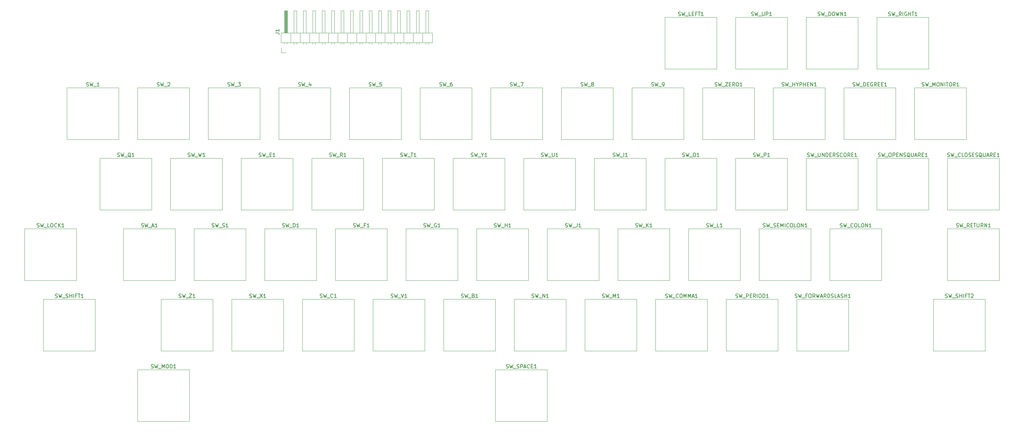
<source format=gbr>
G04 #@! TF.FileFunction,Legend,Top*
%FSLAX46Y46*%
G04 Gerber Fmt 4.6, Leading zero omitted, Abs format (unit mm)*
G04 Created by KiCad (PCBNEW 4.0.7-e2-6376~60~ubuntu17.10.1) date Thu Apr 12 22:39:31 2018*
%MOMM*%
%LPD*%
G01*
G04 APERTURE LIST*
%ADD10C,0.100000*%
%ADD11C,0.120000*%
%ADD12C,0.150000*%
G04 APERTURE END LIST*
D10*
D11*
X149800000Y-77300000D02*
X190560000Y-77300000D01*
X190560000Y-77300000D02*
X190560000Y-74640000D01*
X190560000Y-74640000D02*
X149800000Y-74640000D01*
X149800000Y-74640000D02*
X149800000Y-77300000D01*
X150750000Y-74640000D02*
X150750000Y-68640000D01*
X150750000Y-68640000D02*
X151510000Y-68640000D01*
X151510000Y-68640000D02*
X151510000Y-74640000D01*
X150810000Y-74640000D02*
X150810000Y-68640000D01*
X150930000Y-74640000D02*
X150930000Y-68640000D01*
X151050000Y-74640000D02*
X151050000Y-68640000D01*
X151170000Y-74640000D02*
X151170000Y-68640000D01*
X151290000Y-74640000D02*
X151290000Y-68640000D01*
X151410000Y-74640000D02*
X151410000Y-68640000D01*
X150750000Y-77630000D02*
X150750000Y-77300000D01*
X151510000Y-77630000D02*
X151510000Y-77300000D01*
X152400000Y-77300000D02*
X152400000Y-74640000D01*
X153290000Y-74640000D02*
X153290000Y-68640000D01*
X153290000Y-68640000D02*
X154050000Y-68640000D01*
X154050000Y-68640000D02*
X154050000Y-74640000D01*
X153290000Y-77697071D02*
X153290000Y-77300000D01*
X154050000Y-77697071D02*
X154050000Y-77300000D01*
X154940000Y-77300000D02*
X154940000Y-74640000D01*
X155830000Y-74640000D02*
X155830000Y-68640000D01*
X155830000Y-68640000D02*
X156590000Y-68640000D01*
X156590000Y-68640000D02*
X156590000Y-74640000D01*
X155830000Y-77697071D02*
X155830000Y-77300000D01*
X156590000Y-77697071D02*
X156590000Y-77300000D01*
X157480000Y-77300000D02*
X157480000Y-74640000D01*
X158370000Y-74640000D02*
X158370000Y-68640000D01*
X158370000Y-68640000D02*
X159130000Y-68640000D01*
X159130000Y-68640000D02*
X159130000Y-74640000D01*
X158370000Y-77697071D02*
X158370000Y-77300000D01*
X159130000Y-77697071D02*
X159130000Y-77300000D01*
X160020000Y-77300000D02*
X160020000Y-74640000D01*
X160910000Y-74640000D02*
X160910000Y-68640000D01*
X160910000Y-68640000D02*
X161670000Y-68640000D01*
X161670000Y-68640000D02*
X161670000Y-74640000D01*
X160910000Y-77697071D02*
X160910000Y-77300000D01*
X161670000Y-77697071D02*
X161670000Y-77300000D01*
X162560000Y-77300000D02*
X162560000Y-74640000D01*
X163450000Y-74640000D02*
X163450000Y-68640000D01*
X163450000Y-68640000D02*
X164210000Y-68640000D01*
X164210000Y-68640000D02*
X164210000Y-74640000D01*
X163450000Y-77697071D02*
X163450000Y-77300000D01*
X164210000Y-77697071D02*
X164210000Y-77300000D01*
X165100000Y-77300000D02*
X165100000Y-74640000D01*
X165990000Y-74640000D02*
X165990000Y-68640000D01*
X165990000Y-68640000D02*
X166750000Y-68640000D01*
X166750000Y-68640000D02*
X166750000Y-74640000D01*
X165990000Y-77697071D02*
X165990000Y-77300000D01*
X166750000Y-77697071D02*
X166750000Y-77300000D01*
X167640000Y-77300000D02*
X167640000Y-74640000D01*
X168530000Y-74640000D02*
X168530000Y-68640000D01*
X168530000Y-68640000D02*
X169290000Y-68640000D01*
X169290000Y-68640000D02*
X169290000Y-74640000D01*
X168530000Y-77697071D02*
X168530000Y-77300000D01*
X169290000Y-77697071D02*
X169290000Y-77300000D01*
X170180000Y-77300000D02*
X170180000Y-74640000D01*
X171070000Y-74640000D02*
X171070000Y-68640000D01*
X171070000Y-68640000D02*
X171830000Y-68640000D01*
X171830000Y-68640000D02*
X171830000Y-74640000D01*
X171070000Y-77697071D02*
X171070000Y-77300000D01*
X171830000Y-77697071D02*
X171830000Y-77300000D01*
X172720000Y-77300000D02*
X172720000Y-74640000D01*
X173610000Y-74640000D02*
X173610000Y-68640000D01*
X173610000Y-68640000D02*
X174370000Y-68640000D01*
X174370000Y-68640000D02*
X174370000Y-74640000D01*
X173610000Y-77697071D02*
X173610000Y-77300000D01*
X174370000Y-77697071D02*
X174370000Y-77300000D01*
X175260000Y-77300000D02*
X175260000Y-74640000D01*
X176150000Y-74640000D02*
X176150000Y-68640000D01*
X176150000Y-68640000D02*
X176910000Y-68640000D01*
X176910000Y-68640000D02*
X176910000Y-74640000D01*
X176150000Y-77697071D02*
X176150000Y-77300000D01*
X176910000Y-77697071D02*
X176910000Y-77300000D01*
X177800000Y-77300000D02*
X177800000Y-74640000D01*
X178690000Y-74640000D02*
X178690000Y-68640000D01*
X178690000Y-68640000D02*
X179450000Y-68640000D01*
X179450000Y-68640000D02*
X179450000Y-74640000D01*
X178690000Y-77697071D02*
X178690000Y-77300000D01*
X179450000Y-77697071D02*
X179450000Y-77300000D01*
X180340000Y-77300000D02*
X180340000Y-74640000D01*
X181230000Y-74640000D02*
X181230000Y-68640000D01*
X181230000Y-68640000D02*
X181990000Y-68640000D01*
X181990000Y-68640000D02*
X181990000Y-74640000D01*
X181230000Y-77697071D02*
X181230000Y-77300000D01*
X181990000Y-77697071D02*
X181990000Y-77300000D01*
X182880000Y-77300000D02*
X182880000Y-74640000D01*
X183770000Y-74640000D02*
X183770000Y-68640000D01*
X183770000Y-68640000D02*
X184530000Y-68640000D01*
X184530000Y-68640000D02*
X184530000Y-74640000D01*
X183770000Y-77697071D02*
X183770000Y-77300000D01*
X184530000Y-77697071D02*
X184530000Y-77300000D01*
X185420000Y-77300000D02*
X185420000Y-74640000D01*
X186310000Y-74640000D02*
X186310000Y-68640000D01*
X186310000Y-68640000D02*
X187070000Y-68640000D01*
X187070000Y-68640000D02*
X187070000Y-74640000D01*
X186310000Y-77697071D02*
X186310000Y-77300000D01*
X187070000Y-77697071D02*
X187070000Y-77300000D01*
X187960000Y-77300000D02*
X187960000Y-74640000D01*
X188850000Y-74640000D02*
X188850000Y-68640000D01*
X188850000Y-68640000D02*
X189610000Y-68640000D01*
X189610000Y-68640000D02*
X189610000Y-74640000D01*
X188850000Y-77697071D02*
X188850000Y-77300000D01*
X189610000Y-77697071D02*
X189610000Y-77300000D01*
X151130000Y-80010000D02*
X149860000Y-80010000D01*
X149860000Y-80010000D02*
X149860000Y-78740000D01*
X92075000Y-89535000D02*
X106045000Y-89535000D01*
X106045000Y-89535000D02*
X106045000Y-103505000D01*
X106045000Y-103505000D02*
X92075000Y-103505000D01*
X92075000Y-103505000D02*
X92075000Y-89535000D01*
X111125000Y-89535000D02*
X125095000Y-89535000D01*
X125095000Y-89535000D02*
X125095000Y-103505000D01*
X125095000Y-103505000D02*
X111125000Y-103505000D01*
X111125000Y-103505000D02*
X111125000Y-89535000D01*
X130175000Y-89535000D02*
X144145000Y-89535000D01*
X144145000Y-89535000D02*
X144145000Y-103505000D01*
X144145000Y-103505000D02*
X130175000Y-103505000D01*
X130175000Y-103505000D02*
X130175000Y-89535000D01*
X149225000Y-89535000D02*
X163195000Y-89535000D01*
X163195000Y-89535000D02*
X163195000Y-103505000D01*
X163195000Y-103505000D02*
X149225000Y-103505000D01*
X149225000Y-103505000D02*
X149225000Y-89535000D01*
X168275000Y-89535000D02*
X182245000Y-89535000D01*
X182245000Y-89535000D02*
X182245000Y-103505000D01*
X182245000Y-103505000D02*
X168275000Y-103505000D01*
X168275000Y-103505000D02*
X168275000Y-89535000D01*
X187325000Y-89535000D02*
X201295000Y-89535000D01*
X201295000Y-89535000D02*
X201295000Y-103505000D01*
X201295000Y-103505000D02*
X187325000Y-103505000D01*
X187325000Y-103505000D02*
X187325000Y-89535000D01*
X206375000Y-89535000D02*
X220345000Y-89535000D01*
X220345000Y-89535000D02*
X220345000Y-103505000D01*
X220345000Y-103505000D02*
X206375000Y-103505000D01*
X206375000Y-103505000D02*
X206375000Y-89535000D01*
X225425000Y-89535000D02*
X239395000Y-89535000D01*
X239395000Y-89535000D02*
X239395000Y-103505000D01*
X239395000Y-103505000D02*
X225425000Y-103505000D01*
X225425000Y-103505000D02*
X225425000Y-89535000D01*
X244475000Y-89535000D02*
X258445000Y-89535000D01*
X258445000Y-89535000D02*
X258445000Y-103505000D01*
X258445000Y-103505000D02*
X244475000Y-103505000D01*
X244475000Y-103505000D02*
X244475000Y-89535000D01*
X107315000Y-127635000D02*
X121285000Y-127635000D01*
X121285000Y-127635000D02*
X121285000Y-141605000D01*
X121285000Y-141605000D02*
X107315000Y-141605000D01*
X107315000Y-141605000D02*
X107315000Y-127635000D01*
X193675000Y-146685000D02*
X207645000Y-146685000D01*
X207645000Y-146685000D02*
X207645000Y-160655000D01*
X207645000Y-160655000D02*
X193675000Y-160655000D01*
X193675000Y-160655000D02*
X193675000Y-146685000D01*
X155575000Y-146685000D02*
X169545000Y-146685000D01*
X169545000Y-146685000D02*
X169545000Y-160655000D01*
X169545000Y-160655000D02*
X155575000Y-160655000D01*
X155575000Y-160655000D02*
X155575000Y-146685000D01*
X329565000Y-108585000D02*
X343535000Y-108585000D01*
X343535000Y-108585000D02*
X343535000Y-122555000D01*
X343535000Y-122555000D02*
X329565000Y-122555000D01*
X329565000Y-122555000D02*
X329565000Y-108585000D01*
X297815000Y-127635000D02*
X311785000Y-127635000D01*
X311785000Y-127635000D02*
X311785000Y-141605000D01*
X311785000Y-141605000D02*
X297815000Y-141605000D01*
X297815000Y-141605000D02*
X297815000Y-127635000D01*
X250825000Y-146685000D02*
X264795000Y-146685000D01*
X264795000Y-146685000D02*
X264795000Y-160655000D01*
X264795000Y-160655000D02*
X250825000Y-160655000D01*
X250825000Y-160655000D02*
X250825000Y-146685000D01*
X145415000Y-127635000D02*
X159385000Y-127635000D01*
X159385000Y-127635000D02*
X159385000Y-141605000D01*
X159385000Y-141605000D02*
X145415000Y-141605000D01*
X145415000Y-141605000D02*
X145415000Y-127635000D01*
X301625000Y-89535000D02*
X315595000Y-89535000D01*
X315595000Y-89535000D02*
X315595000Y-103505000D01*
X315595000Y-103505000D02*
X301625000Y-103505000D01*
X301625000Y-103505000D02*
X301625000Y-89535000D01*
X291465000Y-70485000D02*
X305435000Y-70485000D01*
X305435000Y-70485000D02*
X305435000Y-84455000D01*
X305435000Y-84455000D02*
X291465000Y-84455000D01*
X291465000Y-84455000D02*
X291465000Y-70485000D01*
X139065000Y-108585000D02*
X153035000Y-108585000D01*
X153035000Y-108585000D02*
X153035000Y-122555000D01*
X153035000Y-122555000D02*
X139065000Y-122555000D01*
X139065000Y-122555000D02*
X139065000Y-108585000D01*
X164465000Y-127635000D02*
X178435000Y-127635000D01*
X178435000Y-127635000D02*
X178435000Y-141605000D01*
X178435000Y-141605000D02*
X164465000Y-141605000D01*
X164465000Y-141605000D02*
X164465000Y-127635000D01*
X288925000Y-146685000D02*
X302895000Y-146685000D01*
X302895000Y-146685000D02*
X302895000Y-160655000D01*
X302895000Y-160655000D02*
X288925000Y-160655000D01*
X288925000Y-160655000D02*
X288925000Y-146685000D01*
X183515000Y-127635000D02*
X197485000Y-127635000D01*
X197485000Y-127635000D02*
X197485000Y-141605000D01*
X197485000Y-141605000D02*
X183515000Y-141605000D01*
X183515000Y-141605000D02*
X183515000Y-127635000D01*
X202565000Y-127635000D02*
X216535000Y-127635000D01*
X216535000Y-127635000D02*
X216535000Y-141605000D01*
X216535000Y-141605000D02*
X202565000Y-141605000D01*
X202565000Y-141605000D02*
X202565000Y-127635000D01*
X282575000Y-89535000D02*
X296545000Y-89535000D01*
X296545000Y-89535000D02*
X296545000Y-103505000D01*
X296545000Y-103505000D02*
X282575000Y-103505000D01*
X282575000Y-103505000D02*
X282575000Y-89535000D01*
X234315000Y-108585000D02*
X248285000Y-108585000D01*
X248285000Y-108585000D02*
X248285000Y-122555000D01*
X248285000Y-122555000D02*
X234315000Y-122555000D01*
X234315000Y-122555000D02*
X234315000Y-108585000D01*
X221615000Y-127635000D02*
X235585000Y-127635000D01*
X235585000Y-127635000D02*
X235585000Y-141605000D01*
X235585000Y-141605000D02*
X221615000Y-141605000D01*
X221615000Y-141605000D02*
X221615000Y-127635000D01*
X240665000Y-127635000D02*
X254635000Y-127635000D01*
X254635000Y-127635000D02*
X254635000Y-141605000D01*
X254635000Y-141605000D02*
X240665000Y-141605000D01*
X240665000Y-141605000D02*
X240665000Y-127635000D01*
X259715000Y-127635000D02*
X273685000Y-127635000D01*
X273685000Y-127635000D02*
X273685000Y-141605000D01*
X273685000Y-141605000D02*
X259715000Y-141605000D01*
X259715000Y-141605000D02*
X259715000Y-127635000D01*
X253365000Y-70485000D02*
X267335000Y-70485000D01*
X267335000Y-70485000D02*
X267335000Y-84455000D01*
X267335000Y-84455000D02*
X253365000Y-84455000D01*
X253365000Y-84455000D02*
X253365000Y-70485000D01*
X80645000Y-127635000D02*
X94615000Y-127635000D01*
X94615000Y-127635000D02*
X94615000Y-141605000D01*
X94615000Y-141605000D02*
X80645000Y-141605000D01*
X80645000Y-141605000D02*
X80645000Y-127635000D01*
X231775000Y-146685000D02*
X245745000Y-146685000D01*
X245745000Y-146685000D02*
X245745000Y-160655000D01*
X245745000Y-160655000D02*
X231775000Y-160655000D01*
X231775000Y-160655000D02*
X231775000Y-146685000D01*
X111125000Y-165735000D02*
X125095000Y-165735000D01*
X125095000Y-165735000D02*
X125095000Y-179705000D01*
X125095000Y-179705000D02*
X111125000Y-179705000D01*
X111125000Y-179705000D02*
X111125000Y-165735000D01*
X320675000Y-89535000D02*
X334645000Y-89535000D01*
X334645000Y-89535000D02*
X334645000Y-103505000D01*
X334645000Y-103505000D02*
X320675000Y-103505000D01*
X320675000Y-103505000D02*
X320675000Y-89535000D01*
X212725000Y-146685000D02*
X226695000Y-146685000D01*
X226695000Y-146685000D02*
X226695000Y-160655000D01*
X226695000Y-160655000D02*
X212725000Y-160655000D01*
X212725000Y-160655000D02*
X212725000Y-146685000D01*
X253365000Y-108585000D02*
X267335000Y-108585000D01*
X267335000Y-108585000D02*
X267335000Y-122555000D01*
X267335000Y-122555000D02*
X253365000Y-122555000D01*
X253365000Y-122555000D02*
X253365000Y-108585000D01*
X310515000Y-108585000D02*
X324485000Y-108585000D01*
X324485000Y-108585000D02*
X324485000Y-122555000D01*
X324485000Y-122555000D02*
X310515000Y-122555000D01*
X310515000Y-122555000D02*
X310515000Y-108585000D01*
X272415000Y-108585000D02*
X286385000Y-108585000D01*
X286385000Y-108585000D02*
X286385000Y-122555000D01*
X286385000Y-122555000D02*
X272415000Y-122555000D01*
X272415000Y-122555000D02*
X272415000Y-108585000D01*
X269875000Y-146685000D02*
X283845000Y-146685000D01*
X283845000Y-146685000D02*
X283845000Y-160655000D01*
X283845000Y-160655000D02*
X269875000Y-160655000D01*
X269875000Y-160655000D02*
X269875000Y-146685000D01*
X100965000Y-108585000D02*
X114935000Y-108585000D01*
X114935000Y-108585000D02*
X114935000Y-122555000D01*
X114935000Y-122555000D02*
X100965000Y-122555000D01*
X100965000Y-122555000D02*
X100965000Y-108585000D01*
X158115000Y-108585000D02*
X172085000Y-108585000D01*
X172085000Y-108585000D02*
X172085000Y-122555000D01*
X172085000Y-122555000D02*
X158115000Y-122555000D01*
X158115000Y-122555000D02*
X158115000Y-108585000D01*
X329565000Y-127635000D02*
X343535000Y-127635000D01*
X343535000Y-127635000D02*
X343535000Y-141605000D01*
X343535000Y-141605000D02*
X329565000Y-141605000D01*
X329565000Y-141605000D02*
X329565000Y-127635000D01*
X310515000Y-70485000D02*
X324485000Y-70485000D01*
X324485000Y-70485000D02*
X324485000Y-84455000D01*
X324485000Y-84455000D02*
X310515000Y-84455000D01*
X310515000Y-84455000D02*
X310515000Y-70485000D01*
X126365000Y-127635000D02*
X140335000Y-127635000D01*
X140335000Y-127635000D02*
X140335000Y-141605000D01*
X140335000Y-141605000D02*
X126365000Y-141605000D01*
X126365000Y-141605000D02*
X126365000Y-127635000D01*
X278765000Y-127635000D02*
X292735000Y-127635000D01*
X292735000Y-127635000D02*
X292735000Y-141605000D01*
X292735000Y-141605000D02*
X278765000Y-141605000D01*
X278765000Y-141605000D02*
X278765000Y-127635000D01*
X85725000Y-146685000D02*
X99695000Y-146685000D01*
X99695000Y-146685000D02*
X99695000Y-160655000D01*
X99695000Y-160655000D02*
X85725000Y-160655000D01*
X85725000Y-160655000D02*
X85725000Y-146685000D01*
X207645000Y-165735000D02*
X221615000Y-165735000D01*
X221615000Y-165735000D02*
X221615000Y-179705000D01*
X221615000Y-179705000D02*
X207645000Y-179705000D01*
X207645000Y-179705000D02*
X207645000Y-165735000D01*
X177165000Y-108585000D02*
X191135000Y-108585000D01*
X191135000Y-108585000D02*
X191135000Y-122555000D01*
X191135000Y-122555000D02*
X177165000Y-122555000D01*
X177165000Y-122555000D02*
X177165000Y-108585000D01*
X215265000Y-108585000D02*
X229235000Y-108585000D01*
X229235000Y-108585000D02*
X229235000Y-122555000D01*
X229235000Y-122555000D02*
X215265000Y-122555000D01*
X215265000Y-122555000D02*
X215265000Y-108585000D01*
X291465000Y-108585000D02*
X305435000Y-108585000D01*
X305435000Y-108585000D02*
X305435000Y-122555000D01*
X305435000Y-122555000D02*
X291465000Y-122555000D01*
X291465000Y-122555000D02*
X291465000Y-108585000D01*
X272415000Y-70485000D02*
X286385000Y-70485000D01*
X286385000Y-70485000D02*
X286385000Y-84455000D01*
X286385000Y-84455000D02*
X272415000Y-84455000D01*
X272415000Y-84455000D02*
X272415000Y-70485000D01*
X174625000Y-146685000D02*
X188595000Y-146685000D01*
X188595000Y-146685000D02*
X188595000Y-160655000D01*
X188595000Y-160655000D02*
X174625000Y-160655000D01*
X174625000Y-160655000D02*
X174625000Y-146685000D01*
X120015000Y-108585000D02*
X133985000Y-108585000D01*
X133985000Y-108585000D02*
X133985000Y-122555000D01*
X133985000Y-122555000D02*
X120015000Y-122555000D01*
X120015000Y-122555000D02*
X120015000Y-108585000D01*
X136525000Y-146685000D02*
X150495000Y-146685000D01*
X150495000Y-146685000D02*
X150495000Y-160655000D01*
X150495000Y-160655000D02*
X136525000Y-160655000D01*
X136525000Y-160655000D02*
X136525000Y-146685000D01*
X196215000Y-108585000D02*
X210185000Y-108585000D01*
X210185000Y-108585000D02*
X210185000Y-122555000D01*
X210185000Y-122555000D02*
X196215000Y-122555000D01*
X196215000Y-122555000D02*
X196215000Y-108585000D01*
X117475000Y-146685000D02*
X131445000Y-146685000D01*
X131445000Y-146685000D02*
X131445000Y-160655000D01*
X131445000Y-160655000D02*
X117475000Y-160655000D01*
X117475000Y-160655000D02*
X117475000Y-146685000D01*
X263525000Y-89535000D02*
X277495000Y-89535000D01*
X277495000Y-89535000D02*
X277495000Y-103505000D01*
X277495000Y-103505000D02*
X263525000Y-103505000D01*
X263525000Y-103505000D02*
X263525000Y-89535000D01*
X325755000Y-146685000D02*
X339725000Y-146685000D01*
X339725000Y-146685000D02*
X339725000Y-160655000D01*
X339725000Y-160655000D02*
X325755000Y-160655000D01*
X325755000Y-160655000D02*
X325755000Y-146685000D01*
D12*
X148312381Y-74688333D02*
X149026667Y-74688333D01*
X149169524Y-74735953D01*
X149264762Y-74831191D01*
X149312381Y-74974048D01*
X149312381Y-75069286D01*
X149312381Y-73688333D02*
X149312381Y-74259762D01*
X149312381Y-73974048D02*
X148312381Y-73974048D01*
X148455238Y-74069286D01*
X148550476Y-74164524D01*
X148598095Y-74259762D01*
X97345714Y-89050762D02*
X97488571Y-89098381D01*
X97726667Y-89098381D01*
X97821905Y-89050762D01*
X97869524Y-89003143D01*
X97917143Y-88907905D01*
X97917143Y-88812667D01*
X97869524Y-88717429D01*
X97821905Y-88669810D01*
X97726667Y-88622190D01*
X97536190Y-88574571D01*
X97440952Y-88526952D01*
X97393333Y-88479333D01*
X97345714Y-88384095D01*
X97345714Y-88288857D01*
X97393333Y-88193619D01*
X97440952Y-88146000D01*
X97536190Y-88098381D01*
X97774286Y-88098381D01*
X97917143Y-88146000D01*
X98250476Y-88098381D02*
X98488571Y-89098381D01*
X98679048Y-88384095D01*
X98869524Y-89098381D01*
X99107619Y-88098381D01*
X99250476Y-89193619D02*
X100012381Y-89193619D01*
X100774286Y-89098381D02*
X100202857Y-89098381D01*
X100488571Y-89098381D02*
X100488571Y-88098381D01*
X100393333Y-88241238D01*
X100298095Y-88336476D01*
X100202857Y-88384095D01*
X116395714Y-89050762D02*
X116538571Y-89098381D01*
X116776667Y-89098381D01*
X116871905Y-89050762D01*
X116919524Y-89003143D01*
X116967143Y-88907905D01*
X116967143Y-88812667D01*
X116919524Y-88717429D01*
X116871905Y-88669810D01*
X116776667Y-88622190D01*
X116586190Y-88574571D01*
X116490952Y-88526952D01*
X116443333Y-88479333D01*
X116395714Y-88384095D01*
X116395714Y-88288857D01*
X116443333Y-88193619D01*
X116490952Y-88146000D01*
X116586190Y-88098381D01*
X116824286Y-88098381D01*
X116967143Y-88146000D01*
X117300476Y-88098381D02*
X117538571Y-89098381D01*
X117729048Y-88384095D01*
X117919524Y-89098381D01*
X118157619Y-88098381D01*
X118300476Y-89193619D02*
X119062381Y-89193619D01*
X119252857Y-88193619D02*
X119300476Y-88146000D01*
X119395714Y-88098381D01*
X119633810Y-88098381D01*
X119729048Y-88146000D01*
X119776667Y-88193619D01*
X119824286Y-88288857D01*
X119824286Y-88384095D01*
X119776667Y-88526952D01*
X119205238Y-89098381D01*
X119824286Y-89098381D01*
X135445714Y-89050762D02*
X135588571Y-89098381D01*
X135826667Y-89098381D01*
X135921905Y-89050762D01*
X135969524Y-89003143D01*
X136017143Y-88907905D01*
X136017143Y-88812667D01*
X135969524Y-88717429D01*
X135921905Y-88669810D01*
X135826667Y-88622190D01*
X135636190Y-88574571D01*
X135540952Y-88526952D01*
X135493333Y-88479333D01*
X135445714Y-88384095D01*
X135445714Y-88288857D01*
X135493333Y-88193619D01*
X135540952Y-88146000D01*
X135636190Y-88098381D01*
X135874286Y-88098381D01*
X136017143Y-88146000D01*
X136350476Y-88098381D02*
X136588571Y-89098381D01*
X136779048Y-88384095D01*
X136969524Y-89098381D01*
X137207619Y-88098381D01*
X137350476Y-89193619D02*
X138112381Y-89193619D01*
X138255238Y-88098381D02*
X138874286Y-88098381D01*
X138540952Y-88479333D01*
X138683810Y-88479333D01*
X138779048Y-88526952D01*
X138826667Y-88574571D01*
X138874286Y-88669810D01*
X138874286Y-88907905D01*
X138826667Y-89003143D01*
X138779048Y-89050762D01*
X138683810Y-89098381D01*
X138398095Y-89098381D01*
X138302857Y-89050762D01*
X138255238Y-89003143D01*
X154495714Y-89050762D02*
X154638571Y-89098381D01*
X154876667Y-89098381D01*
X154971905Y-89050762D01*
X155019524Y-89003143D01*
X155067143Y-88907905D01*
X155067143Y-88812667D01*
X155019524Y-88717429D01*
X154971905Y-88669810D01*
X154876667Y-88622190D01*
X154686190Y-88574571D01*
X154590952Y-88526952D01*
X154543333Y-88479333D01*
X154495714Y-88384095D01*
X154495714Y-88288857D01*
X154543333Y-88193619D01*
X154590952Y-88146000D01*
X154686190Y-88098381D01*
X154924286Y-88098381D01*
X155067143Y-88146000D01*
X155400476Y-88098381D02*
X155638571Y-89098381D01*
X155829048Y-88384095D01*
X156019524Y-89098381D01*
X156257619Y-88098381D01*
X156400476Y-89193619D02*
X157162381Y-89193619D01*
X157829048Y-88431714D02*
X157829048Y-89098381D01*
X157590952Y-88050762D02*
X157352857Y-88765048D01*
X157971905Y-88765048D01*
X173545714Y-89050762D02*
X173688571Y-89098381D01*
X173926667Y-89098381D01*
X174021905Y-89050762D01*
X174069524Y-89003143D01*
X174117143Y-88907905D01*
X174117143Y-88812667D01*
X174069524Y-88717429D01*
X174021905Y-88669810D01*
X173926667Y-88622190D01*
X173736190Y-88574571D01*
X173640952Y-88526952D01*
X173593333Y-88479333D01*
X173545714Y-88384095D01*
X173545714Y-88288857D01*
X173593333Y-88193619D01*
X173640952Y-88146000D01*
X173736190Y-88098381D01*
X173974286Y-88098381D01*
X174117143Y-88146000D01*
X174450476Y-88098381D02*
X174688571Y-89098381D01*
X174879048Y-88384095D01*
X175069524Y-89098381D01*
X175307619Y-88098381D01*
X175450476Y-89193619D02*
X176212381Y-89193619D01*
X176926667Y-88098381D02*
X176450476Y-88098381D01*
X176402857Y-88574571D01*
X176450476Y-88526952D01*
X176545714Y-88479333D01*
X176783810Y-88479333D01*
X176879048Y-88526952D01*
X176926667Y-88574571D01*
X176974286Y-88669810D01*
X176974286Y-88907905D01*
X176926667Y-89003143D01*
X176879048Y-89050762D01*
X176783810Y-89098381D01*
X176545714Y-89098381D01*
X176450476Y-89050762D01*
X176402857Y-89003143D01*
X192595714Y-89050762D02*
X192738571Y-89098381D01*
X192976667Y-89098381D01*
X193071905Y-89050762D01*
X193119524Y-89003143D01*
X193167143Y-88907905D01*
X193167143Y-88812667D01*
X193119524Y-88717429D01*
X193071905Y-88669810D01*
X192976667Y-88622190D01*
X192786190Y-88574571D01*
X192690952Y-88526952D01*
X192643333Y-88479333D01*
X192595714Y-88384095D01*
X192595714Y-88288857D01*
X192643333Y-88193619D01*
X192690952Y-88146000D01*
X192786190Y-88098381D01*
X193024286Y-88098381D01*
X193167143Y-88146000D01*
X193500476Y-88098381D02*
X193738571Y-89098381D01*
X193929048Y-88384095D01*
X194119524Y-89098381D01*
X194357619Y-88098381D01*
X194500476Y-89193619D02*
X195262381Y-89193619D01*
X195929048Y-88098381D02*
X195738571Y-88098381D01*
X195643333Y-88146000D01*
X195595714Y-88193619D01*
X195500476Y-88336476D01*
X195452857Y-88526952D01*
X195452857Y-88907905D01*
X195500476Y-89003143D01*
X195548095Y-89050762D01*
X195643333Y-89098381D01*
X195833810Y-89098381D01*
X195929048Y-89050762D01*
X195976667Y-89003143D01*
X196024286Y-88907905D01*
X196024286Y-88669810D01*
X195976667Y-88574571D01*
X195929048Y-88526952D01*
X195833810Y-88479333D01*
X195643333Y-88479333D01*
X195548095Y-88526952D01*
X195500476Y-88574571D01*
X195452857Y-88669810D01*
X211645714Y-89050762D02*
X211788571Y-89098381D01*
X212026667Y-89098381D01*
X212121905Y-89050762D01*
X212169524Y-89003143D01*
X212217143Y-88907905D01*
X212217143Y-88812667D01*
X212169524Y-88717429D01*
X212121905Y-88669810D01*
X212026667Y-88622190D01*
X211836190Y-88574571D01*
X211740952Y-88526952D01*
X211693333Y-88479333D01*
X211645714Y-88384095D01*
X211645714Y-88288857D01*
X211693333Y-88193619D01*
X211740952Y-88146000D01*
X211836190Y-88098381D01*
X212074286Y-88098381D01*
X212217143Y-88146000D01*
X212550476Y-88098381D02*
X212788571Y-89098381D01*
X212979048Y-88384095D01*
X213169524Y-89098381D01*
X213407619Y-88098381D01*
X213550476Y-89193619D02*
X214312381Y-89193619D01*
X214455238Y-88098381D02*
X215121905Y-88098381D01*
X214693333Y-89098381D01*
X230695714Y-89050762D02*
X230838571Y-89098381D01*
X231076667Y-89098381D01*
X231171905Y-89050762D01*
X231219524Y-89003143D01*
X231267143Y-88907905D01*
X231267143Y-88812667D01*
X231219524Y-88717429D01*
X231171905Y-88669810D01*
X231076667Y-88622190D01*
X230886190Y-88574571D01*
X230790952Y-88526952D01*
X230743333Y-88479333D01*
X230695714Y-88384095D01*
X230695714Y-88288857D01*
X230743333Y-88193619D01*
X230790952Y-88146000D01*
X230886190Y-88098381D01*
X231124286Y-88098381D01*
X231267143Y-88146000D01*
X231600476Y-88098381D02*
X231838571Y-89098381D01*
X232029048Y-88384095D01*
X232219524Y-89098381D01*
X232457619Y-88098381D01*
X232600476Y-89193619D02*
X233362381Y-89193619D01*
X233743333Y-88526952D02*
X233648095Y-88479333D01*
X233600476Y-88431714D01*
X233552857Y-88336476D01*
X233552857Y-88288857D01*
X233600476Y-88193619D01*
X233648095Y-88146000D01*
X233743333Y-88098381D01*
X233933810Y-88098381D01*
X234029048Y-88146000D01*
X234076667Y-88193619D01*
X234124286Y-88288857D01*
X234124286Y-88336476D01*
X234076667Y-88431714D01*
X234029048Y-88479333D01*
X233933810Y-88526952D01*
X233743333Y-88526952D01*
X233648095Y-88574571D01*
X233600476Y-88622190D01*
X233552857Y-88717429D01*
X233552857Y-88907905D01*
X233600476Y-89003143D01*
X233648095Y-89050762D01*
X233743333Y-89098381D01*
X233933810Y-89098381D01*
X234029048Y-89050762D01*
X234076667Y-89003143D01*
X234124286Y-88907905D01*
X234124286Y-88717429D01*
X234076667Y-88622190D01*
X234029048Y-88574571D01*
X233933810Y-88526952D01*
X249745714Y-89050762D02*
X249888571Y-89098381D01*
X250126667Y-89098381D01*
X250221905Y-89050762D01*
X250269524Y-89003143D01*
X250317143Y-88907905D01*
X250317143Y-88812667D01*
X250269524Y-88717429D01*
X250221905Y-88669810D01*
X250126667Y-88622190D01*
X249936190Y-88574571D01*
X249840952Y-88526952D01*
X249793333Y-88479333D01*
X249745714Y-88384095D01*
X249745714Y-88288857D01*
X249793333Y-88193619D01*
X249840952Y-88146000D01*
X249936190Y-88098381D01*
X250174286Y-88098381D01*
X250317143Y-88146000D01*
X250650476Y-88098381D02*
X250888571Y-89098381D01*
X251079048Y-88384095D01*
X251269524Y-89098381D01*
X251507619Y-88098381D01*
X251650476Y-89193619D02*
X252412381Y-89193619D01*
X252698095Y-89098381D02*
X252888571Y-89098381D01*
X252983810Y-89050762D01*
X253031429Y-89003143D01*
X253126667Y-88860286D01*
X253174286Y-88669810D01*
X253174286Y-88288857D01*
X253126667Y-88193619D01*
X253079048Y-88146000D01*
X252983810Y-88098381D01*
X252793333Y-88098381D01*
X252698095Y-88146000D01*
X252650476Y-88193619D01*
X252602857Y-88288857D01*
X252602857Y-88526952D01*
X252650476Y-88622190D01*
X252698095Y-88669810D01*
X252793333Y-88717429D01*
X252983810Y-88717429D01*
X253079048Y-88669810D01*
X253126667Y-88622190D01*
X253174286Y-88526952D01*
X112157143Y-127150762D02*
X112300000Y-127198381D01*
X112538096Y-127198381D01*
X112633334Y-127150762D01*
X112680953Y-127103143D01*
X112728572Y-127007905D01*
X112728572Y-126912667D01*
X112680953Y-126817429D01*
X112633334Y-126769810D01*
X112538096Y-126722190D01*
X112347619Y-126674571D01*
X112252381Y-126626952D01*
X112204762Y-126579333D01*
X112157143Y-126484095D01*
X112157143Y-126388857D01*
X112204762Y-126293619D01*
X112252381Y-126246000D01*
X112347619Y-126198381D01*
X112585715Y-126198381D01*
X112728572Y-126246000D01*
X113061905Y-126198381D02*
X113300000Y-127198381D01*
X113490477Y-126484095D01*
X113680953Y-127198381D01*
X113919048Y-126198381D01*
X114061905Y-127293619D02*
X114823810Y-127293619D01*
X115014286Y-126912667D02*
X115490477Y-126912667D01*
X114919048Y-127198381D02*
X115252381Y-126198381D01*
X115585715Y-127198381D01*
X116442858Y-127198381D02*
X115871429Y-127198381D01*
X116157143Y-127198381D02*
X116157143Y-126198381D01*
X116061905Y-126341238D01*
X115966667Y-126436476D01*
X115871429Y-126484095D01*
X198445714Y-146200762D02*
X198588571Y-146248381D01*
X198826667Y-146248381D01*
X198921905Y-146200762D01*
X198969524Y-146153143D01*
X199017143Y-146057905D01*
X199017143Y-145962667D01*
X198969524Y-145867429D01*
X198921905Y-145819810D01*
X198826667Y-145772190D01*
X198636190Y-145724571D01*
X198540952Y-145676952D01*
X198493333Y-145629333D01*
X198445714Y-145534095D01*
X198445714Y-145438857D01*
X198493333Y-145343619D01*
X198540952Y-145296000D01*
X198636190Y-145248381D01*
X198874286Y-145248381D01*
X199017143Y-145296000D01*
X199350476Y-145248381D02*
X199588571Y-146248381D01*
X199779048Y-145534095D01*
X199969524Y-146248381D01*
X200207619Y-145248381D01*
X200350476Y-146343619D02*
X201112381Y-146343619D01*
X201683810Y-145724571D02*
X201826667Y-145772190D01*
X201874286Y-145819810D01*
X201921905Y-145915048D01*
X201921905Y-146057905D01*
X201874286Y-146153143D01*
X201826667Y-146200762D01*
X201731429Y-146248381D01*
X201350476Y-146248381D01*
X201350476Y-145248381D01*
X201683810Y-145248381D01*
X201779048Y-145296000D01*
X201826667Y-145343619D01*
X201874286Y-145438857D01*
X201874286Y-145534095D01*
X201826667Y-145629333D01*
X201779048Y-145676952D01*
X201683810Y-145724571D01*
X201350476Y-145724571D01*
X202874286Y-146248381D02*
X202302857Y-146248381D01*
X202588571Y-146248381D02*
X202588571Y-145248381D01*
X202493333Y-145391238D01*
X202398095Y-145486476D01*
X202302857Y-145534095D01*
X160345714Y-146200762D02*
X160488571Y-146248381D01*
X160726667Y-146248381D01*
X160821905Y-146200762D01*
X160869524Y-146153143D01*
X160917143Y-146057905D01*
X160917143Y-145962667D01*
X160869524Y-145867429D01*
X160821905Y-145819810D01*
X160726667Y-145772190D01*
X160536190Y-145724571D01*
X160440952Y-145676952D01*
X160393333Y-145629333D01*
X160345714Y-145534095D01*
X160345714Y-145438857D01*
X160393333Y-145343619D01*
X160440952Y-145296000D01*
X160536190Y-145248381D01*
X160774286Y-145248381D01*
X160917143Y-145296000D01*
X161250476Y-145248381D02*
X161488571Y-146248381D01*
X161679048Y-145534095D01*
X161869524Y-146248381D01*
X162107619Y-145248381D01*
X162250476Y-146343619D02*
X163012381Y-146343619D01*
X163821905Y-146153143D02*
X163774286Y-146200762D01*
X163631429Y-146248381D01*
X163536191Y-146248381D01*
X163393333Y-146200762D01*
X163298095Y-146105524D01*
X163250476Y-146010286D01*
X163202857Y-145819810D01*
X163202857Y-145676952D01*
X163250476Y-145486476D01*
X163298095Y-145391238D01*
X163393333Y-145296000D01*
X163536191Y-145248381D01*
X163631429Y-145248381D01*
X163774286Y-145296000D01*
X163821905Y-145343619D01*
X164774286Y-146248381D02*
X164202857Y-146248381D01*
X164488571Y-146248381D02*
X164488571Y-145248381D01*
X164393333Y-145391238D01*
X164298095Y-145486476D01*
X164202857Y-145534095D01*
X329573809Y-108100762D02*
X329716666Y-108148381D01*
X329954762Y-108148381D01*
X330050000Y-108100762D01*
X330097619Y-108053143D01*
X330145238Y-107957905D01*
X330145238Y-107862667D01*
X330097619Y-107767429D01*
X330050000Y-107719810D01*
X329954762Y-107672190D01*
X329764285Y-107624571D01*
X329669047Y-107576952D01*
X329621428Y-107529333D01*
X329573809Y-107434095D01*
X329573809Y-107338857D01*
X329621428Y-107243619D01*
X329669047Y-107196000D01*
X329764285Y-107148381D01*
X330002381Y-107148381D01*
X330145238Y-107196000D01*
X330478571Y-107148381D02*
X330716666Y-108148381D01*
X330907143Y-107434095D01*
X331097619Y-108148381D01*
X331335714Y-107148381D01*
X331478571Y-108243619D02*
X332240476Y-108243619D01*
X333050000Y-108053143D02*
X333002381Y-108100762D01*
X332859524Y-108148381D01*
X332764286Y-108148381D01*
X332621428Y-108100762D01*
X332526190Y-108005524D01*
X332478571Y-107910286D01*
X332430952Y-107719810D01*
X332430952Y-107576952D01*
X332478571Y-107386476D01*
X332526190Y-107291238D01*
X332621428Y-107196000D01*
X332764286Y-107148381D01*
X332859524Y-107148381D01*
X333002381Y-107196000D01*
X333050000Y-107243619D01*
X333954762Y-108148381D02*
X333478571Y-108148381D01*
X333478571Y-107148381D01*
X334478571Y-107148381D02*
X334669048Y-107148381D01*
X334764286Y-107196000D01*
X334859524Y-107291238D01*
X334907143Y-107481714D01*
X334907143Y-107815048D01*
X334859524Y-108005524D01*
X334764286Y-108100762D01*
X334669048Y-108148381D01*
X334478571Y-108148381D01*
X334383333Y-108100762D01*
X334288095Y-108005524D01*
X334240476Y-107815048D01*
X334240476Y-107481714D01*
X334288095Y-107291238D01*
X334383333Y-107196000D01*
X334478571Y-107148381D01*
X335288095Y-108100762D02*
X335430952Y-108148381D01*
X335669048Y-108148381D01*
X335764286Y-108100762D01*
X335811905Y-108053143D01*
X335859524Y-107957905D01*
X335859524Y-107862667D01*
X335811905Y-107767429D01*
X335764286Y-107719810D01*
X335669048Y-107672190D01*
X335478571Y-107624571D01*
X335383333Y-107576952D01*
X335335714Y-107529333D01*
X335288095Y-107434095D01*
X335288095Y-107338857D01*
X335335714Y-107243619D01*
X335383333Y-107196000D01*
X335478571Y-107148381D01*
X335716667Y-107148381D01*
X335859524Y-107196000D01*
X336288095Y-107624571D02*
X336621429Y-107624571D01*
X336764286Y-108148381D02*
X336288095Y-108148381D01*
X336288095Y-107148381D01*
X336764286Y-107148381D01*
X337145238Y-108100762D02*
X337288095Y-108148381D01*
X337526191Y-108148381D01*
X337621429Y-108100762D01*
X337669048Y-108053143D01*
X337716667Y-107957905D01*
X337716667Y-107862667D01*
X337669048Y-107767429D01*
X337621429Y-107719810D01*
X337526191Y-107672190D01*
X337335714Y-107624571D01*
X337240476Y-107576952D01*
X337192857Y-107529333D01*
X337145238Y-107434095D01*
X337145238Y-107338857D01*
X337192857Y-107243619D01*
X337240476Y-107196000D01*
X337335714Y-107148381D01*
X337573810Y-107148381D01*
X337716667Y-107196000D01*
X338811905Y-108243619D02*
X338716667Y-108196000D01*
X338621429Y-108100762D01*
X338478572Y-107957905D01*
X338383333Y-107910286D01*
X338288095Y-107910286D01*
X338335714Y-108148381D02*
X338240476Y-108100762D01*
X338145238Y-108005524D01*
X338097619Y-107815048D01*
X338097619Y-107481714D01*
X338145238Y-107291238D01*
X338240476Y-107196000D01*
X338335714Y-107148381D01*
X338526191Y-107148381D01*
X338621429Y-107196000D01*
X338716667Y-107291238D01*
X338764286Y-107481714D01*
X338764286Y-107815048D01*
X338716667Y-108005524D01*
X338621429Y-108100762D01*
X338526191Y-108148381D01*
X338335714Y-108148381D01*
X339192857Y-107148381D02*
X339192857Y-107957905D01*
X339240476Y-108053143D01*
X339288095Y-108100762D01*
X339383333Y-108148381D01*
X339573810Y-108148381D01*
X339669048Y-108100762D01*
X339716667Y-108053143D01*
X339764286Y-107957905D01*
X339764286Y-107148381D01*
X340192857Y-107862667D02*
X340669048Y-107862667D01*
X340097619Y-108148381D02*
X340430952Y-107148381D01*
X340764286Y-108148381D01*
X341669048Y-108148381D02*
X341335714Y-107672190D01*
X341097619Y-108148381D02*
X341097619Y-107148381D01*
X341478572Y-107148381D01*
X341573810Y-107196000D01*
X341621429Y-107243619D01*
X341669048Y-107338857D01*
X341669048Y-107481714D01*
X341621429Y-107576952D01*
X341573810Y-107624571D01*
X341478572Y-107672190D01*
X341097619Y-107672190D01*
X342097619Y-107624571D02*
X342430953Y-107624571D01*
X342573810Y-108148381D02*
X342097619Y-108148381D01*
X342097619Y-107148381D01*
X342573810Y-107148381D01*
X343526191Y-108148381D02*
X342954762Y-108148381D01*
X343240476Y-108148381D02*
X343240476Y-107148381D01*
X343145238Y-107291238D01*
X343050000Y-107386476D01*
X342954762Y-107434095D01*
X300609524Y-127150762D02*
X300752381Y-127198381D01*
X300990477Y-127198381D01*
X301085715Y-127150762D01*
X301133334Y-127103143D01*
X301180953Y-127007905D01*
X301180953Y-126912667D01*
X301133334Y-126817429D01*
X301085715Y-126769810D01*
X300990477Y-126722190D01*
X300800000Y-126674571D01*
X300704762Y-126626952D01*
X300657143Y-126579333D01*
X300609524Y-126484095D01*
X300609524Y-126388857D01*
X300657143Y-126293619D01*
X300704762Y-126246000D01*
X300800000Y-126198381D01*
X301038096Y-126198381D01*
X301180953Y-126246000D01*
X301514286Y-126198381D02*
X301752381Y-127198381D01*
X301942858Y-126484095D01*
X302133334Y-127198381D01*
X302371429Y-126198381D01*
X302514286Y-127293619D02*
X303276191Y-127293619D01*
X304085715Y-127103143D02*
X304038096Y-127150762D01*
X303895239Y-127198381D01*
X303800001Y-127198381D01*
X303657143Y-127150762D01*
X303561905Y-127055524D01*
X303514286Y-126960286D01*
X303466667Y-126769810D01*
X303466667Y-126626952D01*
X303514286Y-126436476D01*
X303561905Y-126341238D01*
X303657143Y-126246000D01*
X303800001Y-126198381D01*
X303895239Y-126198381D01*
X304038096Y-126246000D01*
X304085715Y-126293619D01*
X304704762Y-126198381D02*
X304895239Y-126198381D01*
X304990477Y-126246000D01*
X305085715Y-126341238D01*
X305133334Y-126531714D01*
X305133334Y-126865048D01*
X305085715Y-127055524D01*
X304990477Y-127150762D01*
X304895239Y-127198381D01*
X304704762Y-127198381D01*
X304609524Y-127150762D01*
X304514286Y-127055524D01*
X304466667Y-126865048D01*
X304466667Y-126531714D01*
X304514286Y-126341238D01*
X304609524Y-126246000D01*
X304704762Y-126198381D01*
X306038096Y-127198381D02*
X305561905Y-127198381D01*
X305561905Y-126198381D01*
X306561905Y-126198381D02*
X306752382Y-126198381D01*
X306847620Y-126246000D01*
X306942858Y-126341238D01*
X306990477Y-126531714D01*
X306990477Y-126865048D01*
X306942858Y-127055524D01*
X306847620Y-127150762D01*
X306752382Y-127198381D01*
X306561905Y-127198381D01*
X306466667Y-127150762D01*
X306371429Y-127055524D01*
X306323810Y-126865048D01*
X306323810Y-126531714D01*
X306371429Y-126341238D01*
X306466667Y-126246000D01*
X306561905Y-126198381D01*
X307419048Y-127198381D02*
X307419048Y-126198381D01*
X307990477Y-127198381D01*
X307990477Y-126198381D01*
X308990477Y-127198381D02*
X308419048Y-127198381D01*
X308704762Y-127198381D02*
X308704762Y-126198381D01*
X308609524Y-126341238D01*
X308514286Y-126436476D01*
X308419048Y-126484095D01*
X253500476Y-146200762D02*
X253643333Y-146248381D01*
X253881429Y-146248381D01*
X253976667Y-146200762D01*
X254024286Y-146153143D01*
X254071905Y-146057905D01*
X254071905Y-145962667D01*
X254024286Y-145867429D01*
X253976667Y-145819810D01*
X253881429Y-145772190D01*
X253690952Y-145724571D01*
X253595714Y-145676952D01*
X253548095Y-145629333D01*
X253500476Y-145534095D01*
X253500476Y-145438857D01*
X253548095Y-145343619D01*
X253595714Y-145296000D01*
X253690952Y-145248381D01*
X253929048Y-145248381D01*
X254071905Y-145296000D01*
X254405238Y-145248381D02*
X254643333Y-146248381D01*
X254833810Y-145534095D01*
X255024286Y-146248381D01*
X255262381Y-145248381D01*
X255405238Y-146343619D02*
X256167143Y-146343619D01*
X256976667Y-146153143D02*
X256929048Y-146200762D01*
X256786191Y-146248381D01*
X256690953Y-146248381D01*
X256548095Y-146200762D01*
X256452857Y-146105524D01*
X256405238Y-146010286D01*
X256357619Y-145819810D01*
X256357619Y-145676952D01*
X256405238Y-145486476D01*
X256452857Y-145391238D01*
X256548095Y-145296000D01*
X256690953Y-145248381D01*
X256786191Y-145248381D01*
X256929048Y-145296000D01*
X256976667Y-145343619D01*
X257595714Y-145248381D02*
X257786191Y-145248381D01*
X257881429Y-145296000D01*
X257976667Y-145391238D01*
X258024286Y-145581714D01*
X258024286Y-145915048D01*
X257976667Y-146105524D01*
X257881429Y-146200762D01*
X257786191Y-146248381D01*
X257595714Y-146248381D01*
X257500476Y-146200762D01*
X257405238Y-146105524D01*
X257357619Y-145915048D01*
X257357619Y-145581714D01*
X257405238Y-145391238D01*
X257500476Y-145296000D01*
X257595714Y-145248381D01*
X258452857Y-146248381D02*
X258452857Y-145248381D01*
X258786191Y-145962667D01*
X259119524Y-145248381D01*
X259119524Y-146248381D01*
X259595714Y-146248381D02*
X259595714Y-145248381D01*
X259929048Y-145962667D01*
X260262381Y-145248381D01*
X260262381Y-146248381D01*
X260690952Y-145962667D02*
X261167143Y-145962667D01*
X260595714Y-146248381D02*
X260929047Y-145248381D01*
X261262381Y-146248381D01*
X262119524Y-146248381D02*
X261548095Y-146248381D01*
X261833809Y-146248381D02*
X261833809Y-145248381D01*
X261738571Y-145391238D01*
X261643333Y-145486476D01*
X261548095Y-145534095D01*
X150185714Y-127150762D02*
X150328571Y-127198381D01*
X150566667Y-127198381D01*
X150661905Y-127150762D01*
X150709524Y-127103143D01*
X150757143Y-127007905D01*
X150757143Y-126912667D01*
X150709524Y-126817429D01*
X150661905Y-126769810D01*
X150566667Y-126722190D01*
X150376190Y-126674571D01*
X150280952Y-126626952D01*
X150233333Y-126579333D01*
X150185714Y-126484095D01*
X150185714Y-126388857D01*
X150233333Y-126293619D01*
X150280952Y-126246000D01*
X150376190Y-126198381D01*
X150614286Y-126198381D01*
X150757143Y-126246000D01*
X151090476Y-126198381D02*
X151328571Y-127198381D01*
X151519048Y-126484095D01*
X151709524Y-127198381D01*
X151947619Y-126198381D01*
X152090476Y-127293619D02*
X152852381Y-127293619D01*
X153090476Y-127198381D02*
X153090476Y-126198381D01*
X153328571Y-126198381D01*
X153471429Y-126246000D01*
X153566667Y-126341238D01*
X153614286Y-126436476D01*
X153661905Y-126626952D01*
X153661905Y-126769810D01*
X153614286Y-126960286D01*
X153566667Y-127055524D01*
X153471429Y-127150762D01*
X153328571Y-127198381D01*
X153090476Y-127198381D01*
X154614286Y-127198381D02*
X154042857Y-127198381D01*
X154328571Y-127198381D02*
X154328571Y-126198381D01*
X154233333Y-126341238D01*
X154138095Y-126436476D01*
X154042857Y-126484095D01*
X304038571Y-89050762D02*
X304181428Y-89098381D01*
X304419524Y-89098381D01*
X304514762Y-89050762D01*
X304562381Y-89003143D01*
X304610000Y-88907905D01*
X304610000Y-88812667D01*
X304562381Y-88717429D01*
X304514762Y-88669810D01*
X304419524Y-88622190D01*
X304229047Y-88574571D01*
X304133809Y-88526952D01*
X304086190Y-88479333D01*
X304038571Y-88384095D01*
X304038571Y-88288857D01*
X304086190Y-88193619D01*
X304133809Y-88146000D01*
X304229047Y-88098381D01*
X304467143Y-88098381D01*
X304610000Y-88146000D01*
X304943333Y-88098381D02*
X305181428Y-89098381D01*
X305371905Y-88384095D01*
X305562381Y-89098381D01*
X305800476Y-88098381D01*
X305943333Y-89193619D02*
X306705238Y-89193619D01*
X306943333Y-89098381D02*
X306943333Y-88098381D01*
X307181428Y-88098381D01*
X307324286Y-88146000D01*
X307419524Y-88241238D01*
X307467143Y-88336476D01*
X307514762Y-88526952D01*
X307514762Y-88669810D01*
X307467143Y-88860286D01*
X307419524Y-88955524D01*
X307324286Y-89050762D01*
X307181428Y-89098381D01*
X306943333Y-89098381D01*
X307943333Y-88574571D02*
X308276667Y-88574571D01*
X308419524Y-89098381D02*
X307943333Y-89098381D01*
X307943333Y-88098381D01*
X308419524Y-88098381D01*
X309371905Y-88146000D02*
X309276667Y-88098381D01*
X309133810Y-88098381D01*
X308990952Y-88146000D01*
X308895714Y-88241238D01*
X308848095Y-88336476D01*
X308800476Y-88526952D01*
X308800476Y-88669810D01*
X308848095Y-88860286D01*
X308895714Y-88955524D01*
X308990952Y-89050762D01*
X309133810Y-89098381D01*
X309229048Y-89098381D01*
X309371905Y-89050762D01*
X309419524Y-89003143D01*
X309419524Y-88669810D01*
X309229048Y-88669810D01*
X310419524Y-89098381D02*
X310086190Y-88622190D01*
X309848095Y-89098381D02*
X309848095Y-88098381D01*
X310229048Y-88098381D01*
X310324286Y-88146000D01*
X310371905Y-88193619D01*
X310419524Y-88288857D01*
X310419524Y-88431714D01*
X310371905Y-88526952D01*
X310324286Y-88574571D01*
X310229048Y-88622190D01*
X309848095Y-88622190D01*
X310848095Y-88574571D02*
X311181429Y-88574571D01*
X311324286Y-89098381D02*
X310848095Y-89098381D01*
X310848095Y-88098381D01*
X311324286Y-88098381D01*
X311752857Y-88574571D02*
X312086191Y-88574571D01*
X312229048Y-89098381D02*
X311752857Y-89098381D01*
X311752857Y-88098381D01*
X312229048Y-88098381D01*
X313181429Y-89098381D02*
X312610000Y-89098381D01*
X312895714Y-89098381D02*
X312895714Y-88098381D01*
X312800476Y-88241238D01*
X312705238Y-88336476D01*
X312610000Y-88384095D01*
X294616667Y-70000762D02*
X294759524Y-70048381D01*
X294997620Y-70048381D01*
X295092858Y-70000762D01*
X295140477Y-69953143D01*
X295188096Y-69857905D01*
X295188096Y-69762667D01*
X295140477Y-69667429D01*
X295092858Y-69619810D01*
X294997620Y-69572190D01*
X294807143Y-69524571D01*
X294711905Y-69476952D01*
X294664286Y-69429333D01*
X294616667Y-69334095D01*
X294616667Y-69238857D01*
X294664286Y-69143619D01*
X294711905Y-69096000D01*
X294807143Y-69048381D01*
X295045239Y-69048381D01*
X295188096Y-69096000D01*
X295521429Y-69048381D02*
X295759524Y-70048381D01*
X295950001Y-69334095D01*
X296140477Y-70048381D01*
X296378572Y-69048381D01*
X296521429Y-70143619D02*
X297283334Y-70143619D01*
X297521429Y-70048381D02*
X297521429Y-69048381D01*
X297759524Y-69048381D01*
X297902382Y-69096000D01*
X297997620Y-69191238D01*
X298045239Y-69286476D01*
X298092858Y-69476952D01*
X298092858Y-69619810D01*
X298045239Y-69810286D01*
X297997620Y-69905524D01*
X297902382Y-70000762D01*
X297759524Y-70048381D01*
X297521429Y-70048381D01*
X298711905Y-69048381D02*
X298902382Y-69048381D01*
X298997620Y-69096000D01*
X299092858Y-69191238D01*
X299140477Y-69381714D01*
X299140477Y-69715048D01*
X299092858Y-69905524D01*
X298997620Y-70000762D01*
X298902382Y-70048381D01*
X298711905Y-70048381D01*
X298616667Y-70000762D01*
X298521429Y-69905524D01*
X298473810Y-69715048D01*
X298473810Y-69381714D01*
X298521429Y-69191238D01*
X298616667Y-69096000D01*
X298711905Y-69048381D01*
X299473810Y-69048381D02*
X299711905Y-70048381D01*
X299902382Y-69334095D01*
X300092858Y-70048381D01*
X300330953Y-69048381D01*
X300711905Y-70048381D02*
X300711905Y-69048381D01*
X301283334Y-70048381D01*
X301283334Y-69048381D01*
X302283334Y-70048381D02*
X301711905Y-70048381D01*
X301997619Y-70048381D02*
X301997619Y-69048381D01*
X301902381Y-69191238D01*
X301807143Y-69286476D01*
X301711905Y-69334095D01*
X143883333Y-108100762D02*
X144026190Y-108148381D01*
X144264286Y-108148381D01*
X144359524Y-108100762D01*
X144407143Y-108053143D01*
X144454762Y-107957905D01*
X144454762Y-107862667D01*
X144407143Y-107767429D01*
X144359524Y-107719810D01*
X144264286Y-107672190D01*
X144073809Y-107624571D01*
X143978571Y-107576952D01*
X143930952Y-107529333D01*
X143883333Y-107434095D01*
X143883333Y-107338857D01*
X143930952Y-107243619D01*
X143978571Y-107196000D01*
X144073809Y-107148381D01*
X144311905Y-107148381D01*
X144454762Y-107196000D01*
X144788095Y-107148381D02*
X145026190Y-108148381D01*
X145216667Y-107434095D01*
X145407143Y-108148381D01*
X145645238Y-107148381D01*
X145788095Y-108243619D02*
X146550000Y-108243619D01*
X146788095Y-107624571D02*
X147121429Y-107624571D01*
X147264286Y-108148381D02*
X146788095Y-108148381D01*
X146788095Y-107148381D01*
X147264286Y-107148381D01*
X148216667Y-108148381D02*
X147645238Y-108148381D01*
X147930952Y-108148381D02*
X147930952Y-107148381D01*
X147835714Y-107291238D01*
X147740476Y-107386476D01*
X147645238Y-107434095D01*
X169307143Y-127150762D02*
X169450000Y-127198381D01*
X169688096Y-127198381D01*
X169783334Y-127150762D01*
X169830953Y-127103143D01*
X169878572Y-127007905D01*
X169878572Y-126912667D01*
X169830953Y-126817429D01*
X169783334Y-126769810D01*
X169688096Y-126722190D01*
X169497619Y-126674571D01*
X169402381Y-126626952D01*
X169354762Y-126579333D01*
X169307143Y-126484095D01*
X169307143Y-126388857D01*
X169354762Y-126293619D01*
X169402381Y-126246000D01*
X169497619Y-126198381D01*
X169735715Y-126198381D01*
X169878572Y-126246000D01*
X170211905Y-126198381D02*
X170450000Y-127198381D01*
X170640477Y-126484095D01*
X170830953Y-127198381D01*
X171069048Y-126198381D01*
X171211905Y-127293619D02*
X171973810Y-127293619D01*
X172545239Y-126674571D02*
X172211905Y-126674571D01*
X172211905Y-127198381D02*
X172211905Y-126198381D01*
X172688096Y-126198381D01*
X173592858Y-127198381D02*
X173021429Y-127198381D01*
X173307143Y-127198381D02*
X173307143Y-126198381D01*
X173211905Y-126341238D01*
X173116667Y-126436476D01*
X173021429Y-126484095D01*
X288433809Y-146200762D02*
X288576666Y-146248381D01*
X288814762Y-146248381D01*
X288910000Y-146200762D01*
X288957619Y-146153143D01*
X289005238Y-146057905D01*
X289005238Y-145962667D01*
X288957619Y-145867429D01*
X288910000Y-145819810D01*
X288814762Y-145772190D01*
X288624285Y-145724571D01*
X288529047Y-145676952D01*
X288481428Y-145629333D01*
X288433809Y-145534095D01*
X288433809Y-145438857D01*
X288481428Y-145343619D01*
X288529047Y-145296000D01*
X288624285Y-145248381D01*
X288862381Y-145248381D01*
X289005238Y-145296000D01*
X289338571Y-145248381D02*
X289576666Y-146248381D01*
X289767143Y-145534095D01*
X289957619Y-146248381D01*
X290195714Y-145248381D01*
X290338571Y-146343619D02*
X291100476Y-146343619D01*
X291671905Y-145724571D02*
X291338571Y-145724571D01*
X291338571Y-146248381D02*
X291338571Y-145248381D01*
X291814762Y-145248381D01*
X292386190Y-145248381D02*
X292576667Y-145248381D01*
X292671905Y-145296000D01*
X292767143Y-145391238D01*
X292814762Y-145581714D01*
X292814762Y-145915048D01*
X292767143Y-146105524D01*
X292671905Y-146200762D01*
X292576667Y-146248381D01*
X292386190Y-146248381D01*
X292290952Y-146200762D01*
X292195714Y-146105524D01*
X292148095Y-145915048D01*
X292148095Y-145581714D01*
X292195714Y-145391238D01*
X292290952Y-145296000D01*
X292386190Y-145248381D01*
X293814762Y-146248381D02*
X293481428Y-145772190D01*
X293243333Y-146248381D02*
X293243333Y-145248381D01*
X293624286Y-145248381D01*
X293719524Y-145296000D01*
X293767143Y-145343619D01*
X293814762Y-145438857D01*
X293814762Y-145581714D01*
X293767143Y-145676952D01*
X293719524Y-145724571D01*
X293624286Y-145772190D01*
X293243333Y-145772190D01*
X294148095Y-145248381D02*
X294386190Y-146248381D01*
X294576667Y-145534095D01*
X294767143Y-146248381D01*
X295005238Y-145248381D01*
X295338571Y-145962667D02*
X295814762Y-145962667D01*
X295243333Y-146248381D02*
X295576666Y-145248381D01*
X295910000Y-146248381D01*
X296814762Y-146248381D02*
X296481428Y-145772190D01*
X296243333Y-146248381D02*
X296243333Y-145248381D01*
X296624286Y-145248381D01*
X296719524Y-145296000D01*
X296767143Y-145343619D01*
X296814762Y-145438857D01*
X296814762Y-145581714D01*
X296767143Y-145676952D01*
X296719524Y-145724571D01*
X296624286Y-145772190D01*
X296243333Y-145772190D01*
X297243333Y-146248381D02*
X297243333Y-145248381D01*
X297481428Y-145248381D01*
X297624286Y-145296000D01*
X297719524Y-145391238D01*
X297767143Y-145486476D01*
X297814762Y-145676952D01*
X297814762Y-145819810D01*
X297767143Y-146010286D01*
X297719524Y-146105524D01*
X297624286Y-146200762D01*
X297481428Y-146248381D01*
X297243333Y-146248381D01*
X298195714Y-146200762D02*
X298338571Y-146248381D01*
X298576667Y-146248381D01*
X298671905Y-146200762D01*
X298719524Y-146153143D01*
X298767143Y-146057905D01*
X298767143Y-145962667D01*
X298719524Y-145867429D01*
X298671905Y-145819810D01*
X298576667Y-145772190D01*
X298386190Y-145724571D01*
X298290952Y-145676952D01*
X298243333Y-145629333D01*
X298195714Y-145534095D01*
X298195714Y-145438857D01*
X298243333Y-145343619D01*
X298290952Y-145296000D01*
X298386190Y-145248381D01*
X298624286Y-145248381D01*
X298767143Y-145296000D01*
X299671905Y-146248381D02*
X299195714Y-146248381D01*
X299195714Y-145248381D01*
X299957619Y-145962667D02*
X300433810Y-145962667D01*
X299862381Y-146248381D02*
X300195714Y-145248381D01*
X300529048Y-146248381D01*
X300814762Y-146200762D02*
X300957619Y-146248381D01*
X301195715Y-146248381D01*
X301290953Y-146200762D01*
X301338572Y-146153143D01*
X301386191Y-146057905D01*
X301386191Y-145962667D01*
X301338572Y-145867429D01*
X301290953Y-145819810D01*
X301195715Y-145772190D01*
X301005238Y-145724571D01*
X300910000Y-145676952D01*
X300862381Y-145629333D01*
X300814762Y-145534095D01*
X300814762Y-145438857D01*
X300862381Y-145343619D01*
X300910000Y-145296000D01*
X301005238Y-145248381D01*
X301243334Y-145248381D01*
X301386191Y-145296000D01*
X301814762Y-146248381D02*
X301814762Y-145248381D01*
X301814762Y-145724571D02*
X302386191Y-145724571D01*
X302386191Y-146248381D02*
X302386191Y-145248381D01*
X303386191Y-146248381D02*
X302814762Y-146248381D01*
X303100476Y-146248381D02*
X303100476Y-145248381D01*
X303005238Y-145391238D01*
X302910000Y-145486476D01*
X302814762Y-145534095D01*
X188285714Y-127150762D02*
X188428571Y-127198381D01*
X188666667Y-127198381D01*
X188761905Y-127150762D01*
X188809524Y-127103143D01*
X188857143Y-127007905D01*
X188857143Y-126912667D01*
X188809524Y-126817429D01*
X188761905Y-126769810D01*
X188666667Y-126722190D01*
X188476190Y-126674571D01*
X188380952Y-126626952D01*
X188333333Y-126579333D01*
X188285714Y-126484095D01*
X188285714Y-126388857D01*
X188333333Y-126293619D01*
X188380952Y-126246000D01*
X188476190Y-126198381D01*
X188714286Y-126198381D01*
X188857143Y-126246000D01*
X189190476Y-126198381D02*
X189428571Y-127198381D01*
X189619048Y-126484095D01*
X189809524Y-127198381D01*
X190047619Y-126198381D01*
X190190476Y-127293619D02*
X190952381Y-127293619D01*
X191714286Y-126246000D02*
X191619048Y-126198381D01*
X191476191Y-126198381D01*
X191333333Y-126246000D01*
X191238095Y-126341238D01*
X191190476Y-126436476D01*
X191142857Y-126626952D01*
X191142857Y-126769810D01*
X191190476Y-126960286D01*
X191238095Y-127055524D01*
X191333333Y-127150762D01*
X191476191Y-127198381D01*
X191571429Y-127198381D01*
X191714286Y-127150762D01*
X191761905Y-127103143D01*
X191761905Y-126769810D01*
X191571429Y-126769810D01*
X192714286Y-127198381D02*
X192142857Y-127198381D01*
X192428571Y-127198381D02*
X192428571Y-126198381D01*
X192333333Y-126341238D01*
X192238095Y-126436476D01*
X192142857Y-126484095D01*
X207311905Y-127150762D02*
X207454762Y-127198381D01*
X207692858Y-127198381D01*
X207788096Y-127150762D01*
X207835715Y-127103143D01*
X207883334Y-127007905D01*
X207883334Y-126912667D01*
X207835715Y-126817429D01*
X207788096Y-126769810D01*
X207692858Y-126722190D01*
X207502381Y-126674571D01*
X207407143Y-126626952D01*
X207359524Y-126579333D01*
X207311905Y-126484095D01*
X207311905Y-126388857D01*
X207359524Y-126293619D01*
X207407143Y-126246000D01*
X207502381Y-126198381D01*
X207740477Y-126198381D01*
X207883334Y-126246000D01*
X208216667Y-126198381D02*
X208454762Y-127198381D01*
X208645239Y-126484095D01*
X208835715Y-127198381D01*
X209073810Y-126198381D01*
X209216667Y-127293619D02*
X209978572Y-127293619D01*
X210216667Y-127198381D02*
X210216667Y-126198381D01*
X210216667Y-126674571D02*
X210788096Y-126674571D01*
X210788096Y-127198381D02*
X210788096Y-126198381D01*
X211788096Y-127198381D02*
X211216667Y-127198381D01*
X211502381Y-127198381D02*
X211502381Y-126198381D01*
X211407143Y-126341238D01*
X211311905Y-126436476D01*
X211216667Y-126484095D01*
X284893333Y-89050762D02*
X285036190Y-89098381D01*
X285274286Y-89098381D01*
X285369524Y-89050762D01*
X285417143Y-89003143D01*
X285464762Y-88907905D01*
X285464762Y-88812667D01*
X285417143Y-88717429D01*
X285369524Y-88669810D01*
X285274286Y-88622190D01*
X285083809Y-88574571D01*
X284988571Y-88526952D01*
X284940952Y-88479333D01*
X284893333Y-88384095D01*
X284893333Y-88288857D01*
X284940952Y-88193619D01*
X284988571Y-88146000D01*
X285083809Y-88098381D01*
X285321905Y-88098381D01*
X285464762Y-88146000D01*
X285798095Y-88098381D02*
X286036190Y-89098381D01*
X286226667Y-88384095D01*
X286417143Y-89098381D01*
X286655238Y-88098381D01*
X286798095Y-89193619D02*
X287560000Y-89193619D01*
X287798095Y-89098381D02*
X287798095Y-88098381D01*
X287798095Y-88574571D02*
X288369524Y-88574571D01*
X288369524Y-89098381D02*
X288369524Y-88098381D01*
X289036190Y-88622190D02*
X289036190Y-89098381D01*
X288702857Y-88098381D02*
X289036190Y-88622190D01*
X289369524Y-88098381D01*
X289702857Y-89098381D02*
X289702857Y-88098381D01*
X290083810Y-88098381D01*
X290179048Y-88146000D01*
X290226667Y-88193619D01*
X290274286Y-88288857D01*
X290274286Y-88431714D01*
X290226667Y-88526952D01*
X290179048Y-88574571D01*
X290083810Y-88622190D01*
X289702857Y-88622190D01*
X290702857Y-89098381D02*
X290702857Y-88098381D01*
X290702857Y-88574571D02*
X291274286Y-88574571D01*
X291274286Y-89098381D02*
X291274286Y-88098381D01*
X291750476Y-88574571D02*
X292083810Y-88574571D01*
X292226667Y-89098381D02*
X291750476Y-89098381D01*
X291750476Y-88098381D01*
X292226667Y-88098381D01*
X292655238Y-89098381D02*
X292655238Y-88098381D01*
X293226667Y-89098381D01*
X293226667Y-88098381D01*
X294226667Y-89098381D02*
X293655238Y-89098381D01*
X293940952Y-89098381D02*
X293940952Y-88098381D01*
X293845714Y-88241238D01*
X293750476Y-88336476D01*
X293655238Y-88384095D01*
X239347619Y-108100762D02*
X239490476Y-108148381D01*
X239728572Y-108148381D01*
X239823810Y-108100762D01*
X239871429Y-108053143D01*
X239919048Y-107957905D01*
X239919048Y-107862667D01*
X239871429Y-107767429D01*
X239823810Y-107719810D01*
X239728572Y-107672190D01*
X239538095Y-107624571D01*
X239442857Y-107576952D01*
X239395238Y-107529333D01*
X239347619Y-107434095D01*
X239347619Y-107338857D01*
X239395238Y-107243619D01*
X239442857Y-107196000D01*
X239538095Y-107148381D01*
X239776191Y-107148381D01*
X239919048Y-107196000D01*
X240252381Y-107148381D02*
X240490476Y-108148381D01*
X240680953Y-107434095D01*
X240871429Y-108148381D01*
X241109524Y-107148381D01*
X241252381Y-108243619D02*
X242014286Y-108243619D01*
X242252381Y-108148381D02*
X242252381Y-107148381D01*
X243252381Y-108148381D02*
X242680952Y-108148381D01*
X242966666Y-108148381D02*
X242966666Y-107148381D01*
X242871428Y-107291238D01*
X242776190Y-107386476D01*
X242680952Y-107434095D01*
X226504762Y-127150762D02*
X226647619Y-127198381D01*
X226885715Y-127198381D01*
X226980953Y-127150762D01*
X227028572Y-127103143D01*
X227076191Y-127007905D01*
X227076191Y-126912667D01*
X227028572Y-126817429D01*
X226980953Y-126769810D01*
X226885715Y-126722190D01*
X226695238Y-126674571D01*
X226600000Y-126626952D01*
X226552381Y-126579333D01*
X226504762Y-126484095D01*
X226504762Y-126388857D01*
X226552381Y-126293619D01*
X226600000Y-126246000D01*
X226695238Y-126198381D01*
X226933334Y-126198381D01*
X227076191Y-126246000D01*
X227409524Y-126198381D02*
X227647619Y-127198381D01*
X227838096Y-126484095D01*
X228028572Y-127198381D01*
X228266667Y-126198381D01*
X228409524Y-127293619D02*
X229171429Y-127293619D01*
X229695239Y-126198381D02*
X229695239Y-126912667D01*
X229647619Y-127055524D01*
X229552381Y-127150762D01*
X229409524Y-127198381D01*
X229314286Y-127198381D01*
X230695239Y-127198381D02*
X230123810Y-127198381D01*
X230409524Y-127198381D02*
X230409524Y-126198381D01*
X230314286Y-126341238D01*
X230219048Y-126436476D01*
X230123810Y-126484095D01*
X245435714Y-127150762D02*
X245578571Y-127198381D01*
X245816667Y-127198381D01*
X245911905Y-127150762D01*
X245959524Y-127103143D01*
X246007143Y-127007905D01*
X246007143Y-126912667D01*
X245959524Y-126817429D01*
X245911905Y-126769810D01*
X245816667Y-126722190D01*
X245626190Y-126674571D01*
X245530952Y-126626952D01*
X245483333Y-126579333D01*
X245435714Y-126484095D01*
X245435714Y-126388857D01*
X245483333Y-126293619D01*
X245530952Y-126246000D01*
X245626190Y-126198381D01*
X245864286Y-126198381D01*
X246007143Y-126246000D01*
X246340476Y-126198381D02*
X246578571Y-127198381D01*
X246769048Y-126484095D01*
X246959524Y-127198381D01*
X247197619Y-126198381D01*
X247340476Y-127293619D02*
X248102381Y-127293619D01*
X248340476Y-127198381D02*
X248340476Y-126198381D01*
X248911905Y-127198381D02*
X248483333Y-126626952D01*
X248911905Y-126198381D02*
X248340476Y-126769810D01*
X249864286Y-127198381D02*
X249292857Y-127198381D01*
X249578571Y-127198381D02*
X249578571Y-126198381D01*
X249483333Y-126341238D01*
X249388095Y-126436476D01*
X249292857Y-126484095D01*
X264580952Y-127150762D02*
X264723809Y-127198381D01*
X264961905Y-127198381D01*
X265057143Y-127150762D01*
X265104762Y-127103143D01*
X265152381Y-127007905D01*
X265152381Y-126912667D01*
X265104762Y-126817429D01*
X265057143Y-126769810D01*
X264961905Y-126722190D01*
X264771428Y-126674571D01*
X264676190Y-126626952D01*
X264628571Y-126579333D01*
X264580952Y-126484095D01*
X264580952Y-126388857D01*
X264628571Y-126293619D01*
X264676190Y-126246000D01*
X264771428Y-126198381D01*
X265009524Y-126198381D01*
X265152381Y-126246000D01*
X265485714Y-126198381D02*
X265723809Y-127198381D01*
X265914286Y-126484095D01*
X266104762Y-127198381D01*
X266342857Y-126198381D01*
X266485714Y-127293619D02*
X267247619Y-127293619D01*
X267961905Y-127198381D02*
X267485714Y-127198381D01*
X267485714Y-126198381D01*
X268819048Y-127198381D02*
X268247619Y-127198381D01*
X268533333Y-127198381D02*
X268533333Y-126198381D01*
X268438095Y-126341238D01*
X268342857Y-126436476D01*
X268247619Y-126484095D01*
X256969047Y-70000762D02*
X257111904Y-70048381D01*
X257350000Y-70048381D01*
X257445238Y-70000762D01*
X257492857Y-69953143D01*
X257540476Y-69857905D01*
X257540476Y-69762667D01*
X257492857Y-69667429D01*
X257445238Y-69619810D01*
X257350000Y-69572190D01*
X257159523Y-69524571D01*
X257064285Y-69476952D01*
X257016666Y-69429333D01*
X256969047Y-69334095D01*
X256969047Y-69238857D01*
X257016666Y-69143619D01*
X257064285Y-69096000D01*
X257159523Y-69048381D01*
X257397619Y-69048381D01*
X257540476Y-69096000D01*
X257873809Y-69048381D02*
X258111904Y-70048381D01*
X258302381Y-69334095D01*
X258492857Y-70048381D01*
X258730952Y-69048381D01*
X258873809Y-70143619D02*
X259635714Y-70143619D01*
X260350000Y-70048381D02*
X259873809Y-70048381D01*
X259873809Y-69048381D01*
X260683333Y-69524571D02*
X261016667Y-69524571D01*
X261159524Y-70048381D02*
X260683333Y-70048381D01*
X260683333Y-69048381D01*
X261159524Y-69048381D01*
X261921429Y-69524571D02*
X261588095Y-69524571D01*
X261588095Y-70048381D02*
X261588095Y-69048381D01*
X262064286Y-69048381D01*
X262302381Y-69048381D02*
X262873810Y-69048381D01*
X262588095Y-70048381D02*
X262588095Y-69048381D01*
X263730953Y-70048381D02*
X263159524Y-70048381D01*
X263445238Y-70048381D02*
X263445238Y-69048381D01*
X263350000Y-69191238D01*
X263254762Y-69286476D01*
X263159524Y-69334095D01*
X83987143Y-127150762D02*
X84130000Y-127198381D01*
X84368096Y-127198381D01*
X84463334Y-127150762D01*
X84510953Y-127103143D01*
X84558572Y-127007905D01*
X84558572Y-126912667D01*
X84510953Y-126817429D01*
X84463334Y-126769810D01*
X84368096Y-126722190D01*
X84177619Y-126674571D01*
X84082381Y-126626952D01*
X84034762Y-126579333D01*
X83987143Y-126484095D01*
X83987143Y-126388857D01*
X84034762Y-126293619D01*
X84082381Y-126246000D01*
X84177619Y-126198381D01*
X84415715Y-126198381D01*
X84558572Y-126246000D01*
X84891905Y-126198381D02*
X85130000Y-127198381D01*
X85320477Y-126484095D01*
X85510953Y-127198381D01*
X85749048Y-126198381D01*
X85891905Y-127293619D02*
X86653810Y-127293619D01*
X87368096Y-127198381D02*
X86891905Y-127198381D01*
X86891905Y-126198381D01*
X87891905Y-126198381D02*
X88082382Y-126198381D01*
X88177620Y-126246000D01*
X88272858Y-126341238D01*
X88320477Y-126531714D01*
X88320477Y-126865048D01*
X88272858Y-127055524D01*
X88177620Y-127150762D01*
X88082382Y-127198381D01*
X87891905Y-127198381D01*
X87796667Y-127150762D01*
X87701429Y-127055524D01*
X87653810Y-126865048D01*
X87653810Y-126531714D01*
X87701429Y-126341238D01*
X87796667Y-126246000D01*
X87891905Y-126198381D01*
X89320477Y-127103143D02*
X89272858Y-127150762D01*
X89130001Y-127198381D01*
X89034763Y-127198381D01*
X88891905Y-127150762D01*
X88796667Y-127055524D01*
X88749048Y-126960286D01*
X88701429Y-126769810D01*
X88701429Y-126626952D01*
X88749048Y-126436476D01*
X88796667Y-126341238D01*
X88891905Y-126246000D01*
X89034763Y-126198381D01*
X89130001Y-126198381D01*
X89272858Y-126246000D01*
X89320477Y-126293619D01*
X89749048Y-127198381D02*
X89749048Y-126198381D01*
X90320477Y-127198381D02*
X89891905Y-126626952D01*
X90320477Y-126198381D02*
X89749048Y-126769810D01*
X91272858Y-127198381D02*
X90701429Y-127198381D01*
X90987143Y-127198381D02*
X90987143Y-126198381D01*
X90891905Y-126341238D01*
X90796667Y-126436476D01*
X90701429Y-126484095D01*
X236474286Y-146200762D02*
X236617143Y-146248381D01*
X236855239Y-146248381D01*
X236950477Y-146200762D01*
X236998096Y-146153143D01*
X237045715Y-146057905D01*
X237045715Y-145962667D01*
X236998096Y-145867429D01*
X236950477Y-145819810D01*
X236855239Y-145772190D01*
X236664762Y-145724571D01*
X236569524Y-145676952D01*
X236521905Y-145629333D01*
X236474286Y-145534095D01*
X236474286Y-145438857D01*
X236521905Y-145343619D01*
X236569524Y-145296000D01*
X236664762Y-145248381D01*
X236902858Y-145248381D01*
X237045715Y-145296000D01*
X237379048Y-145248381D02*
X237617143Y-146248381D01*
X237807620Y-145534095D01*
X237998096Y-146248381D01*
X238236191Y-145248381D01*
X238379048Y-146343619D02*
X239140953Y-146343619D01*
X239379048Y-146248381D02*
X239379048Y-145248381D01*
X239712382Y-145962667D01*
X240045715Y-145248381D01*
X240045715Y-146248381D01*
X241045715Y-146248381D02*
X240474286Y-146248381D01*
X240760000Y-146248381D02*
X240760000Y-145248381D01*
X240664762Y-145391238D01*
X240569524Y-145486476D01*
X240474286Y-145534095D01*
X114800476Y-165250762D02*
X114943333Y-165298381D01*
X115181429Y-165298381D01*
X115276667Y-165250762D01*
X115324286Y-165203143D01*
X115371905Y-165107905D01*
X115371905Y-165012667D01*
X115324286Y-164917429D01*
X115276667Y-164869810D01*
X115181429Y-164822190D01*
X114990952Y-164774571D01*
X114895714Y-164726952D01*
X114848095Y-164679333D01*
X114800476Y-164584095D01*
X114800476Y-164488857D01*
X114848095Y-164393619D01*
X114895714Y-164346000D01*
X114990952Y-164298381D01*
X115229048Y-164298381D01*
X115371905Y-164346000D01*
X115705238Y-164298381D02*
X115943333Y-165298381D01*
X116133810Y-164584095D01*
X116324286Y-165298381D01*
X116562381Y-164298381D01*
X116705238Y-165393619D02*
X117467143Y-165393619D01*
X117705238Y-165298381D02*
X117705238Y-164298381D01*
X118038572Y-165012667D01*
X118371905Y-164298381D01*
X118371905Y-165298381D01*
X119038571Y-164298381D02*
X119229048Y-164298381D01*
X119324286Y-164346000D01*
X119419524Y-164441238D01*
X119467143Y-164631714D01*
X119467143Y-164965048D01*
X119419524Y-165155524D01*
X119324286Y-165250762D01*
X119229048Y-165298381D01*
X119038571Y-165298381D01*
X118943333Y-165250762D01*
X118848095Y-165155524D01*
X118800476Y-164965048D01*
X118800476Y-164631714D01*
X118848095Y-164441238D01*
X118943333Y-164346000D01*
X119038571Y-164298381D01*
X119895714Y-165298381D02*
X119895714Y-164298381D01*
X120133809Y-164298381D01*
X120276667Y-164346000D01*
X120371905Y-164441238D01*
X120419524Y-164536476D01*
X120467143Y-164726952D01*
X120467143Y-164869810D01*
X120419524Y-165060286D01*
X120371905Y-165155524D01*
X120276667Y-165250762D01*
X120133809Y-165298381D01*
X119895714Y-165298381D01*
X121419524Y-165298381D02*
X120848095Y-165298381D01*
X121133809Y-165298381D02*
X121133809Y-164298381D01*
X121038571Y-164441238D01*
X120943333Y-164536476D01*
X120848095Y-164584095D01*
X322683810Y-89050762D02*
X322826667Y-89098381D01*
X323064763Y-89098381D01*
X323160001Y-89050762D01*
X323207620Y-89003143D01*
X323255239Y-88907905D01*
X323255239Y-88812667D01*
X323207620Y-88717429D01*
X323160001Y-88669810D01*
X323064763Y-88622190D01*
X322874286Y-88574571D01*
X322779048Y-88526952D01*
X322731429Y-88479333D01*
X322683810Y-88384095D01*
X322683810Y-88288857D01*
X322731429Y-88193619D01*
X322779048Y-88146000D01*
X322874286Y-88098381D01*
X323112382Y-88098381D01*
X323255239Y-88146000D01*
X323588572Y-88098381D02*
X323826667Y-89098381D01*
X324017144Y-88384095D01*
X324207620Y-89098381D01*
X324445715Y-88098381D01*
X324588572Y-89193619D02*
X325350477Y-89193619D01*
X325588572Y-89098381D02*
X325588572Y-88098381D01*
X325921906Y-88812667D01*
X326255239Y-88098381D01*
X326255239Y-89098381D01*
X326921905Y-88098381D02*
X327112382Y-88098381D01*
X327207620Y-88146000D01*
X327302858Y-88241238D01*
X327350477Y-88431714D01*
X327350477Y-88765048D01*
X327302858Y-88955524D01*
X327207620Y-89050762D01*
X327112382Y-89098381D01*
X326921905Y-89098381D01*
X326826667Y-89050762D01*
X326731429Y-88955524D01*
X326683810Y-88765048D01*
X326683810Y-88431714D01*
X326731429Y-88241238D01*
X326826667Y-88146000D01*
X326921905Y-88098381D01*
X327779048Y-89098381D02*
X327779048Y-88098381D01*
X328350477Y-89098381D01*
X328350477Y-88098381D01*
X328826667Y-89098381D02*
X328826667Y-88098381D01*
X329160000Y-88098381D02*
X329731429Y-88098381D01*
X329445714Y-89098381D02*
X329445714Y-88098381D01*
X330255238Y-88098381D02*
X330445715Y-88098381D01*
X330540953Y-88146000D01*
X330636191Y-88241238D01*
X330683810Y-88431714D01*
X330683810Y-88765048D01*
X330636191Y-88955524D01*
X330540953Y-89050762D01*
X330445715Y-89098381D01*
X330255238Y-89098381D01*
X330160000Y-89050762D01*
X330064762Y-88955524D01*
X330017143Y-88765048D01*
X330017143Y-88431714D01*
X330064762Y-88241238D01*
X330160000Y-88146000D01*
X330255238Y-88098381D01*
X331683810Y-89098381D02*
X331350476Y-88622190D01*
X331112381Y-89098381D02*
X331112381Y-88098381D01*
X331493334Y-88098381D01*
X331588572Y-88146000D01*
X331636191Y-88193619D01*
X331683810Y-88288857D01*
X331683810Y-88431714D01*
X331636191Y-88526952D01*
X331588572Y-88574571D01*
X331493334Y-88622190D01*
X331112381Y-88622190D01*
X332636191Y-89098381D02*
X332064762Y-89098381D01*
X332350476Y-89098381D02*
X332350476Y-88098381D01*
X332255238Y-88241238D01*
X332160000Y-88336476D01*
X332064762Y-88384095D01*
X217471905Y-146200762D02*
X217614762Y-146248381D01*
X217852858Y-146248381D01*
X217948096Y-146200762D01*
X217995715Y-146153143D01*
X218043334Y-146057905D01*
X218043334Y-145962667D01*
X217995715Y-145867429D01*
X217948096Y-145819810D01*
X217852858Y-145772190D01*
X217662381Y-145724571D01*
X217567143Y-145676952D01*
X217519524Y-145629333D01*
X217471905Y-145534095D01*
X217471905Y-145438857D01*
X217519524Y-145343619D01*
X217567143Y-145296000D01*
X217662381Y-145248381D01*
X217900477Y-145248381D01*
X218043334Y-145296000D01*
X218376667Y-145248381D02*
X218614762Y-146248381D01*
X218805239Y-145534095D01*
X218995715Y-146248381D01*
X219233810Y-145248381D01*
X219376667Y-146343619D02*
X220138572Y-146343619D01*
X220376667Y-146248381D02*
X220376667Y-145248381D01*
X220948096Y-146248381D01*
X220948096Y-145248381D01*
X221948096Y-146248381D02*
X221376667Y-146248381D01*
X221662381Y-146248381D02*
X221662381Y-145248381D01*
X221567143Y-145391238D01*
X221471905Y-145486476D01*
X221376667Y-145534095D01*
X258111905Y-108100762D02*
X258254762Y-108148381D01*
X258492858Y-108148381D01*
X258588096Y-108100762D01*
X258635715Y-108053143D01*
X258683334Y-107957905D01*
X258683334Y-107862667D01*
X258635715Y-107767429D01*
X258588096Y-107719810D01*
X258492858Y-107672190D01*
X258302381Y-107624571D01*
X258207143Y-107576952D01*
X258159524Y-107529333D01*
X258111905Y-107434095D01*
X258111905Y-107338857D01*
X258159524Y-107243619D01*
X258207143Y-107196000D01*
X258302381Y-107148381D01*
X258540477Y-107148381D01*
X258683334Y-107196000D01*
X259016667Y-107148381D02*
X259254762Y-108148381D01*
X259445239Y-107434095D01*
X259635715Y-108148381D01*
X259873810Y-107148381D01*
X260016667Y-108243619D02*
X260778572Y-108243619D01*
X261207143Y-107148381D02*
X261397620Y-107148381D01*
X261492858Y-107196000D01*
X261588096Y-107291238D01*
X261635715Y-107481714D01*
X261635715Y-107815048D01*
X261588096Y-108005524D01*
X261492858Y-108100762D01*
X261397620Y-108148381D01*
X261207143Y-108148381D01*
X261111905Y-108100762D01*
X261016667Y-108005524D01*
X260969048Y-107815048D01*
X260969048Y-107481714D01*
X261016667Y-107291238D01*
X261111905Y-107196000D01*
X261207143Y-107148381D01*
X262588096Y-108148381D02*
X262016667Y-108148381D01*
X262302381Y-108148381D02*
X262302381Y-107148381D01*
X262207143Y-107291238D01*
X262111905Y-107386476D01*
X262016667Y-107434095D01*
X310880952Y-108100762D02*
X311023809Y-108148381D01*
X311261905Y-108148381D01*
X311357143Y-108100762D01*
X311404762Y-108053143D01*
X311452381Y-107957905D01*
X311452381Y-107862667D01*
X311404762Y-107767429D01*
X311357143Y-107719810D01*
X311261905Y-107672190D01*
X311071428Y-107624571D01*
X310976190Y-107576952D01*
X310928571Y-107529333D01*
X310880952Y-107434095D01*
X310880952Y-107338857D01*
X310928571Y-107243619D01*
X310976190Y-107196000D01*
X311071428Y-107148381D01*
X311309524Y-107148381D01*
X311452381Y-107196000D01*
X311785714Y-107148381D02*
X312023809Y-108148381D01*
X312214286Y-107434095D01*
X312404762Y-108148381D01*
X312642857Y-107148381D01*
X312785714Y-108243619D02*
X313547619Y-108243619D01*
X313976190Y-107148381D02*
X314166667Y-107148381D01*
X314261905Y-107196000D01*
X314357143Y-107291238D01*
X314404762Y-107481714D01*
X314404762Y-107815048D01*
X314357143Y-108005524D01*
X314261905Y-108100762D01*
X314166667Y-108148381D01*
X313976190Y-108148381D01*
X313880952Y-108100762D01*
X313785714Y-108005524D01*
X313738095Y-107815048D01*
X313738095Y-107481714D01*
X313785714Y-107291238D01*
X313880952Y-107196000D01*
X313976190Y-107148381D01*
X314833333Y-108148381D02*
X314833333Y-107148381D01*
X315214286Y-107148381D01*
X315309524Y-107196000D01*
X315357143Y-107243619D01*
X315404762Y-107338857D01*
X315404762Y-107481714D01*
X315357143Y-107576952D01*
X315309524Y-107624571D01*
X315214286Y-107672190D01*
X314833333Y-107672190D01*
X315833333Y-107624571D02*
X316166667Y-107624571D01*
X316309524Y-108148381D02*
X315833333Y-108148381D01*
X315833333Y-107148381D01*
X316309524Y-107148381D01*
X316738095Y-108148381D02*
X316738095Y-107148381D01*
X317309524Y-108148381D01*
X317309524Y-107148381D01*
X317738095Y-108100762D02*
X317880952Y-108148381D01*
X318119048Y-108148381D01*
X318214286Y-108100762D01*
X318261905Y-108053143D01*
X318309524Y-107957905D01*
X318309524Y-107862667D01*
X318261905Y-107767429D01*
X318214286Y-107719810D01*
X318119048Y-107672190D01*
X317928571Y-107624571D01*
X317833333Y-107576952D01*
X317785714Y-107529333D01*
X317738095Y-107434095D01*
X317738095Y-107338857D01*
X317785714Y-107243619D01*
X317833333Y-107196000D01*
X317928571Y-107148381D01*
X318166667Y-107148381D01*
X318309524Y-107196000D01*
X319404762Y-108243619D02*
X319309524Y-108196000D01*
X319214286Y-108100762D01*
X319071429Y-107957905D01*
X318976190Y-107910286D01*
X318880952Y-107910286D01*
X318928571Y-108148381D02*
X318833333Y-108100762D01*
X318738095Y-108005524D01*
X318690476Y-107815048D01*
X318690476Y-107481714D01*
X318738095Y-107291238D01*
X318833333Y-107196000D01*
X318928571Y-107148381D01*
X319119048Y-107148381D01*
X319214286Y-107196000D01*
X319309524Y-107291238D01*
X319357143Y-107481714D01*
X319357143Y-107815048D01*
X319309524Y-108005524D01*
X319214286Y-108100762D01*
X319119048Y-108148381D01*
X318928571Y-108148381D01*
X319785714Y-107148381D02*
X319785714Y-107957905D01*
X319833333Y-108053143D01*
X319880952Y-108100762D01*
X319976190Y-108148381D01*
X320166667Y-108148381D01*
X320261905Y-108100762D01*
X320309524Y-108053143D01*
X320357143Y-107957905D01*
X320357143Y-107148381D01*
X320785714Y-107862667D02*
X321261905Y-107862667D01*
X320690476Y-108148381D02*
X321023809Y-107148381D01*
X321357143Y-108148381D01*
X322261905Y-108148381D02*
X321928571Y-107672190D01*
X321690476Y-108148381D02*
X321690476Y-107148381D01*
X322071429Y-107148381D01*
X322166667Y-107196000D01*
X322214286Y-107243619D01*
X322261905Y-107338857D01*
X322261905Y-107481714D01*
X322214286Y-107576952D01*
X322166667Y-107624571D01*
X322071429Y-107672190D01*
X321690476Y-107672190D01*
X322690476Y-107624571D02*
X323023810Y-107624571D01*
X323166667Y-108148381D02*
X322690476Y-108148381D01*
X322690476Y-107148381D01*
X323166667Y-107148381D01*
X324119048Y-108148381D02*
X323547619Y-108148381D01*
X323833333Y-108148381D02*
X323833333Y-107148381D01*
X323738095Y-107291238D01*
X323642857Y-107386476D01*
X323547619Y-107434095D01*
X277185714Y-108100762D02*
X277328571Y-108148381D01*
X277566667Y-108148381D01*
X277661905Y-108100762D01*
X277709524Y-108053143D01*
X277757143Y-107957905D01*
X277757143Y-107862667D01*
X277709524Y-107767429D01*
X277661905Y-107719810D01*
X277566667Y-107672190D01*
X277376190Y-107624571D01*
X277280952Y-107576952D01*
X277233333Y-107529333D01*
X277185714Y-107434095D01*
X277185714Y-107338857D01*
X277233333Y-107243619D01*
X277280952Y-107196000D01*
X277376190Y-107148381D01*
X277614286Y-107148381D01*
X277757143Y-107196000D01*
X278090476Y-107148381D02*
X278328571Y-108148381D01*
X278519048Y-107434095D01*
X278709524Y-108148381D01*
X278947619Y-107148381D01*
X279090476Y-108243619D02*
X279852381Y-108243619D01*
X280090476Y-108148381D02*
X280090476Y-107148381D01*
X280471429Y-107148381D01*
X280566667Y-107196000D01*
X280614286Y-107243619D01*
X280661905Y-107338857D01*
X280661905Y-107481714D01*
X280614286Y-107576952D01*
X280566667Y-107624571D01*
X280471429Y-107672190D01*
X280090476Y-107672190D01*
X281614286Y-108148381D02*
X281042857Y-108148381D01*
X281328571Y-108148381D02*
X281328571Y-107148381D01*
X281233333Y-107291238D01*
X281138095Y-107386476D01*
X281042857Y-107434095D01*
X272431429Y-146200762D02*
X272574286Y-146248381D01*
X272812382Y-146248381D01*
X272907620Y-146200762D01*
X272955239Y-146153143D01*
X273002858Y-146057905D01*
X273002858Y-145962667D01*
X272955239Y-145867429D01*
X272907620Y-145819810D01*
X272812382Y-145772190D01*
X272621905Y-145724571D01*
X272526667Y-145676952D01*
X272479048Y-145629333D01*
X272431429Y-145534095D01*
X272431429Y-145438857D01*
X272479048Y-145343619D01*
X272526667Y-145296000D01*
X272621905Y-145248381D01*
X272860001Y-145248381D01*
X273002858Y-145296000D01*
X273336191Y-145248381D02*
X273574286Y-146248381D01*
X273764763Y-145534095D01*
X273955239Y-146248381D01*
X274193334Y-145248381D01*
X274336191Y-146343619D02*
X275098096Y-146343619D01*
X275336191Y-146248381D02*
X275336191Y-145248381D01*
X275717144Y-145248381D01*
X275812382Y-145296000D01*
X275860001Y-145343619D01*
X275907620Y-145438857D01*
X275907620Y-145581714D01*
X275860001Y-145676952D01*
X275812382Y-145724571D01*
X275717144Y-145772190D01*
X275336191Y-145772190D01*
X276336191Y-145724571D02*
X276669525Y-145724571D01*
X276812382Y-146248381D02*
X276336191Y-146248381D01*
X276336191Y-145248381D01*
X276812382Y-145248381D01*
X277812382Y-146248381D02*
X277479048Y-145772190D01*
X277240953Y-146248381D02*
X277240953Y-145248381D01*
X277621906Y-145248381D01*
X277717144Y-145296000D01*
X277764763Y-145343619D01*
X277812382Y-145438857D01*
X277812382Y-145581714D01*
X277764763Y-145676952D01*
X277717144Y-145724571D01*
X277621906Y-145772190D01*
X277240953Y-145772190D01*
X278240953Y-146248381D02*
X278240953Y-145248381D01*
X278907619Y-145248381D02*
X279098096Y-145248381D01*
X279193334Y-145296000D01*
X279288572Y-145391238D01*
X279336191Y-145581714D01*
X279336191Y-145915048D01*
X279288572Y-146105524D01*
X279193334Y-146200762D01*
X279098096Y-146248381D01*
X278907619Y-146248381D01*
X278812381Y-146200762D01*
X278717143Y-146105524D01*
X278669524Y-145915048D01*
X278669524Y-145581714D01*
X278717143Y-145391238D01*
X278812381Y-145296000D01*
X278907619Y-145248381D01*
X279764762Y-146248381D02*
X279764762Y-145248381D01*
X280002857Y-145248381D01*
X280145715Y-145296000D01*
X280240953Y-145391238D01*
X280288572Y-145486476D01*
X280336191Y-145676952D01*
X280336191Y-145819810D01*
X280288572Y-146010286D01*
X280240953Y-146105524D01*
X280145715Y-146200762D01*
X280002857Y-146248381D01*
X279764762Y-146248381D01*
X281288572Y-146248381D02*
X280717143Y-146248381D01*
X281002857Y-146248381D02*
X281002857Y-145248381D01*
X280907619Y-145391238D01*
X280812381Y-145486476D01*
X280717143Y-145534095D01*
X105711905Y-108100762D02*
X105854762Y-108148381D01*
X106092858Y-108148381D01*
X106188096Y-108100762D01*
X106235715Y-108053143D01*
X106283334Y-107957905D01*
X106283334Y-107862667D01*
X106235715Y-107767429D01*
X106188096Y-107719810D01*
X106092858Y-107672190D01*
X105902381Y-107624571D01*
X105807143Y-107576952D01*
X105759524Y-107529333D01*
X105711905Y-107434095D01*
X105711905Y-107338857D01*
X105759524Y-107243619D01*
X105807143Y-107196000D01*
X105902381Y-107148381D01*
X106140477Y-107148381D01*
X106283334Y-107196000D01*
X106616667Y-107148381D02*
X106854762Y-108148381D01*
X107045239Y-107434095D01*
X107235715Y-108148381D01*
X107473810Y-107148381D01*
X107616667Y-108243619D02*
X108378572Y-108243619D01*
X109283334Y-108243619D02*
X109188096Y-108196000D01*
X109092858Y-108100762D01*
X108950001Y-107957905D01*
X108854762Y-107910286D01*
X108759524Y-107910286D01*
X108807143Y-108148381D02*
X108711905Y-108100762D01*
X108616667Y-108005524D01*
X108569048Y-107815048D01*
X108569048Y-107481714D01*
X108616667Y-107291238D01*
X108711905Y-107196000D01*
X108807143Y-107148381D01*
X108997620Y-107148381D01*
X109092858Y-107196000D01*
X109188096Y-107291238D01*
X109235715Y-107481714D01*
X109235715Y-107815048D01*
X109188096Y-108005524D01*
X109092858Y-108100762D01*
X108997620Y-108148381D01*
X108807143Y-108148381D01*
X110188096Y-108148381D02*
X109616667Y-108148381D01*
X109902381Y-108148381D02*
X109902381Y-107148381D01*
X109807143Y-107291238D01*
X109711905Y-107386476D01*
X109616667Y-107434095D01*
X162885714Y-108100762D02*
X163028571Y-108148381D01*
X163266667Y-108148381D01*
X163361905Y-108100762D01*
X163409524Y-108053143D01*
X163457143Y-107957905D01*
X163457143Y-107862667D01*
X163409524Y-107767429D01*
X163361905Y-107719810D01*
X163266667Y-107672190D01*
X163076190Y-107624571D01*
X162980952Y-107576952D01*
X162933333Y-107529333D01*
X162885714Y-107434095D01*
X162885714Y-107338857D01*
X162933333Y-107243619D01*
X162980952Y-107196000D01*
X163076190Y-107148381D01*
X163314286Y-107148381D01*
X163457143Y-107196000D01*
X163790476Y-107148381D02*
X164028571Y-108148381D01*
X164219048Y-107434095D01*
X164409524Y-108148381D01*
X164647619Y-107148381D01*
X164790476Y-108243619D02*
X165552381Y-108243619D01*
X166361905Y-108148381D02*
X166028571Y-107672190D01*
X165790476Y-108148381D02*
X165790476Y-107148381D01*
X166171429Y-107148381D01*
X166266667Y-107196000D01*
X166314286Y-107243619D01*
X166361905Y-107338857D01*
X166361905Y-107481714D01*
X166314286Y-107576952D01*
X166266667Y-107624571D01*
X166171429Y-107672190D01*
X165790476Y-107672190D01*
X167314286Y-108148381D02*
X166742857Y-108148381D01*
X167028571Y-108148381D02*
X167028571Y-107148381D01*
X166933333Y-107291238D01*
X166838095Y-107386476D01*
X166742857Y-107434095D01*
X331954762Y-127150762D02*
X332097619Y-127198381D01*
X332335715Y-127198381D01*
X332430953Y-127150762D01*
X332478572Y-127103143D01*
X332526191Y-127007905D01*
X332526191Y-126912667D01*
X332478572Y-126817429D01*
X332430953Y-126769810D01*
X332335715Y-126722190D01*
X332145238Y-126674571D01*
X332050000Y-126626952D01*
X332002381Y-126579333D01*
X331954762Y-126484095D01*
X331954762Y-126388857D01*
X332002381Y-126293619D01*
X332050000Y-126246000D01*
X332145238Y-126198381D01*
X332383334Y-126198381D01*
X332526191Y-126246000D01*
X332859524Y-126198381D02*
X333097619Y-127198381D01*
X333288096Y-126484095D01*
X333478572Y-127198381D01*
X333716667Y-126198381D01*
X333859524Y-127293619D02*
X334621429Y-127293619D01*
X335430953Y-127198381D02*
X335097619Y-126722190D01*
X334859524Y-127198381D02*
X334859524Y-126198381D01*
X335240477Y-126198381D01*
X335335715Y-126246000D01*
X335383334Y-126293619D01*
X335430953Y-126388857D01*
X335430953Y-126531714D01*
X335383334Y-126626952D01*
X335335715Y-126674571D01*
X335240477Y-126722190D01*
X334859524Y-126722190D01*
X335859524Y-126674571D02*
X336192858Y-126674571D01*
X336335715Y-127198381D02*
X335859524Y-127198381D01*
X335859524Y-126198381D01*
X336335715Y-126198381D01*
X336621429Y-126198381D02*
X337192858Y-126198381D01*
X336907143Y-127198381D02*
X336907143Y-126198381D01*
X337526191Y-126198381D02*
X337526191Y-127007905D01*
X337573810Y-127103143D01*
X337621429Y-127150762D01*
X337716667Y-127198381D01*
X337907144Y-127198381D01*
X338002382Y-127150762D01*
X338050001Y-127103143D01*
X338097620Y-127007905D01*
X338097620Y-126198381D01*
X339145239Y-127198381D02*
X338811905Y-126722190D01*
X338573810Y-127198381D02*
X338573810Y-126198381D01*
X338954763Y-126198381D01*
X339050001Y-126246000D01*
X339097620Y-126293619D01*
X339145239Y-126388857D01*
X339145239Y-126531714D01*
X339097620Y-126626952D01*
X339050001Y-126674571D01*
X338954763Y-126722190D01*
X338573810Y-126722190D01*
X339573810Y-127198381D02*
X339573810Y-126198381D01*
X340145239Y-127198381D01*
X340145239Y-126198381D01*
X341145239Y-127198381D02*
X340573810Y-127198381D01*
X340859524Y-127198381D02*
X340859524Y-126198381D01*
X340764286Y-126341238D01*
X340669048Y-126436476D01*
X340573810Y-126484095D01*
X313642857Y-70000762D02*
X313785714Y-70048381D01*
X314023810Y-70048381D01*
X314119048Y-70000762D01*
X314166667Y-69953143D01*
X314214286Y-69857905D01*
X314214286Y-69762667D01*
X314166667Y-69667429D01*
X314119048Y-69619810D01*
X314023810Y-69572190D01*
X313833333Y-69524571D01*
X313738095Y-69476952D01*
X313690476Y-69429333D01*
X313642857Y-69334095D01*
X313642857Y-69238857D01*
X313690476Y-69143619D01*
X313738095Y-69096000D01*
X313833333Y-69048381D01*
X314071429Y-69048381D01*
X314214286Y-69096000D01*
X314547619Y-69048381D02*
X314785714Y-70048381D01*
X314976191Y-69334095D01*
X315166667Y-70048381D01*
X315404762Y-69048381D01*
X315547619Y-70143619D02*
X316309524Y-70143619D01*
X317119048Y-70048381D02*
X316785714Y-69572190D01*
X316547619Y-70048381D02*
X316547619Y-69048381D01*
X316928572Y-69048381D01*
X317023810Y-69096000D01*
X317071429Y-69143619D01*
X317119048Y-69238857D01*
X317119048Y-69381714D01*
X317071429Y-69476952D01*
X317023810Y-69524571D01*
X316928572Y-69572190D01*
X316547619Y-69572190D01*
X317547619Y-70048381D02*
X317547619Y-69048381D01*
X318547619Y-69096000D02*
X318452381Y-69048381D01*
X318309524Y-69048381D01*
X318166666Y-69096000D01*
X318071428Y-69191238D01*
X318023809Y-69286476D01*
X317976190Y-69476952D01*
X317976190Y-69619810D01*
X318023809Y-69810286D01*
X318071428Y-69905524D01*
X318166666Y-70000762D01*
X318309524Y-70048381D01*
X318404762Y-70048381D01*
X318547619Y-70000762D01*
X318595238Y-69953143D01*
X318595238Y-69619810D01*
X318404762Y-69619810D01*
X319023809Y-70048381D02*
X319023809Y-69048381D01*
X319023809Y-69524571D02*
X319595238Y-69524571D01*
X319595238Y-70048381D02*
X319595238Y-69048381D01*
X319928571Y-69048381D02*
X320500000Y-69048381D01*
X320214285Y-70048381D02*
X320214285Y-69048381D01*
X321357143Y-70048381D02*
X320785714Y-70048381D01*
X321071428Y-70048381D02*
X321071428Y-69048381D01*
X320976190Y-69191238D01*
X320880952Y-69286476D01*
X320785714Y-69334095D01*
X131159524Y-127150762D02*
X131302381Y-127198381D01*
X131540477Y-127198381D01*
X131635715Y-127150762D01*
X131683334Y-127103143D01*
X131730953Y-127007905D01*
X131730953Y-126912667D01*
X131683334Y-126817429D01*
X131635715Y-126769810D01*
X131540477Y-126722190D01*
X131350000Y-126674571D01*
X131254762Y-126626952D01*
X131207143Y-126579333D01*
X131159524Y-126484095D01*
X131159524Y-126388857D01*
X131207143Y-126293619D01*
X131254762Y-126246000D01*
X131350000Y-126198381D01*
X131588096Y-126198381D01*
X131730953Y-126246000D01*
X132064286Y-126198381D02*
X132302381Y-127198381D01*
X132492858Y-126484095D01*
X132683334Y-127198381D01*
X132921429Y-126198381D01*
X133064286Y-127293619D02*
X133826191Y-127293619D01*
X134016667Y-127150762D02*
X134159524Y-127198381D01*
X134397620Y-127198381D01*
X134492858Y-127150762D01*
X134540477Y-127103143D01*
X134588096Y-127007905D01*
X134588096Y-126912667D01*
X134540477Y-126817429D01*
X134492858Y-126769810D01*
X134397620Y-126722190D01*
X134207143Y-126674571D01*
X134111905Y-126626952D01*
X134064286Y-126579333D01*
X134016667Y-126484095D01*
X134016667Y-126388857D01*
X134064286Y-126293619D01*
X134111905Y-126246000D01*
X134207143Y-126198381D01*
X134445239Y-126198381D01*
X134588096Y-126246000D01*
X135540477Y-127198381D02*
X134969048Y-127198381D01*
X135254762Y-127198381D02*
X135254762Y-126198381D01*
X135159524Y-126341238D01*
X135064286Y-126436476D01*
X134969048Y-126484095D01*
X279821429Y-127150762D02*
X279964286Y-127198381D01*
X280202382Y-127198381D01*
X280297620Y-127150762D01*
X280345239Y-127103143D01*
X280392858Y-127007905D01*
X280392858Y-126912667D01*
X280345239Y-126817429D01*
X280297620Y-126769810D01*
X280202382Y-126722190D01*
X280011905Y-126674571D01*
X279916667Y-126626952D01*
X279869048Y-126579333D01*
X279821429Y-126484095D01*
X279821429Y-126388857D01*
X279869048Y-126293619D01*
X279916667Y-126246000D01*
X280011905Y-126198381D01*
X280250001Y-126198381D01*
X280392858Y-126246000D01*
X280726191Y-126198381D02*
X280964286Y-127198381D01*
X281154763Y-126484095D01*
X281345239Y-127198381D01*
X281583334Y-126198381D01*
X281726191Y-127293619D02*
X282488096Y-127293619D01*
X282678572Y-127150762D02*
X282821429Y-127198381D01*
X283059525Y-127198381D01*
X283154763Y-127150762D01*
X283202382Y-127103143D01*
X283250001Y-127007905D01*
X283250001Y-126912667D01*
X283202382Y-126817429D01*
X283154763Y-126769810D01*
X283059525Y-126722190D01*
X282869048Y-126674571D01*
X282773810Y-126626952D01*
X282726191Y-126579333D01*
X282678572Y-126484095D01*
X282678572Y-126388857D01*
X282726191Y-126293619D01*
X282773810Y-126246000D01*
X282869048Y-126198381D01*
X283107144Y-126198381D01*
X283250001Y-126246000D01*
X283678572Y-126674571D02*
X284011906Y-126674571D01*
X284154763Y-127198381D02*
X283678572Y-127198381D01*
X283678572Y-126198381D01*
X284154763Y-126198381D01*
X284583334Y-127198381D02*
X284583334Y-126198381D01*
X284916668Y-126912667D01*
X285250001Y-126198381D01*
X285250001Y-127198381D01*
X285726191Y-127198381D02*
X285726191Y-126198381D01*
X286773810Y-127103143D02*
X286726191Y-127150762D01*
X286583334Y-127198381D01*
X286488096Y-127198381D01*
X286345238Y-127150762D01*
X286250000Y-127055524D01*
X286202381Y-126960286D01*
X286154762Y-126769810D01*
X286154762Y-126626952D01*
X286202381Y-126436476D01*
X286250000Y-126341238D01*
X286345238Y-126246000D01*
X286488096Y-126198381D01*
X286583334Y-126198381D01*
X286726191Y-126246000D01*
X286773810Y-126293619D01*
X287392857Y-126198381D02*
X287583334Y-126198381D01*
X287678572Y-126246000D01*
X287773810Y-126341238D01*
X287821429Y-126531714D01*
X287821429Y-126865048D01*
X287773810Y-127055524D01*
X287678572Y-127150762D01*
X287583334Y-127198381D01*
X287392857Y-127198381D01*
X287297619Y-127150762D01*
X287202381Y-127055524D01*
X287154762Y-126865048D01*
X287154762Y-126531714D01*
X287202381Y-126341238D01*
X287297619Y-126246000D01*
X287392857Y-126198381D01*
X288726191Y-127198381D02*
X288250000Y-127198381D01*
X288250000Y-126198381D01*
X289250000Y-126198381D02*
X289440477Y-126198381D01*
X289535715Y-126246000D01*
X289630953Y-126341238D01*
X289678572Y-126531714D01*
X289678572Y-126865048D01*
X289630953Y-127055524D01*
X289535715Y-127150762D01*
X289440477Y-127198381D01*
X289250000Y-127198381D01*
X289154762Y-127150762D01*
X289059524Y-127055524D01*
X289011905Y-126865048D01*
X289011905Y-126531714D01*
X289059524Y-126341238D01*
X289154762Y-126246000D01*
X289250000Y-126198381D01*
X290107143Y-127198381D02*
X290107143Y-126198381D01*
X290678572Y-127198381D01*
X290678572Y-126198381D01*
X291678572Y-127198381D02*
X291107143Y-127198381D01*
X291392857Y-127198381D02*
X291392857Y-126198381D01*
X291297619Y-126341238D01*
X291202381Y-126436476D01*
X291107143Y-126484095D01*
X88948095Y-146200762D02*
X89090952Y-146248381D01*
X89329048Y-146248381D01*
X89424286Y-146200762D01*
X89471905Y-146153143D01*
X89519524Y-146057905D01*
X89519524Y-145962667D01*
X89471905Y-145867429D01*
X89424286Y-145819810D01*
X89329048Y-145772190D01*
X89138571Y-145724571D01*
X89043333Y-145676952D01*
X88995714Y-145629333D01*
X88948095Y-145534095D01*
X88948095Y-145438857D01*
X88995714Y-145343619D01*
X89043333Y-145296000D01*
X89138571Y-145248381D01*
X89376667Y-145248381D01*
X89519524Y-145296000D01*
X89852857Y-145248381D02*
X90090952Y-146248381D01*
X90281429Y-145534095D01*
X90471905Y-146248381D01*
X90710000Y-145248381D01*
X90852857Y-146343619D02*
X91614762Y-146343619D01*
X91805238Y-146200762D02*
X91948095Y-146248381D01*
X92186191Y-146248381D01*
X92281429Y-146200762D01*
X92329048Y-146153143D01*
X92376667Y-146057905D01*
X92376667Y-145962667D01*
X92329048Y-145867429D01*
X92281429Y-145819810D01*
X92186191Y-145772190D01*
X91995714Y-145724571D01*
X91900476Y-145676952D01*
X91852857Y-145629333D01*
X91805238Y-145534095D01*
X91805238Y-145438857D01*
X91852857Y-145343619D01*
X91900476Y-145296000D01*
X91995714Y-145248381D01*
X92233810Y-145248381D01*
X92376667Y-145296000D01*
X92805238Y-146248381D02*
X92805238Y-145248381D01*
X92805238Y-145724571D02*
X93376667Y-145724571D01*
X93376667Y-146248381D02*
X93376667Y-145248381D01*
X93852857Y-146248381D02*
X93852857Y-145248381D01*
X94662381Y-145724571D02*
X94329047Y-145724571D01*
X94329047Y-146248381D02*
X94329047Y-145248381D01*
X94805238Y-145248381D01*
X95043333Y-145248381D02*
X95614762Y-145248381D01*
X95329047Y-146248381D02*
X95329047Y-145248381D01*
X96471905Y-146248381D02*
X95900476Y-146248381D01*
X96186190Y-146248381D02*
X96186190Y-145248381D01*
X96090952Y-145391238D01*
X95995714Y-145486476D01*
X95900476Y-145534095D01*
X210558571Y-165250762D02*
X210701428Y-165298381D01*
X210939524Y-165298381D01*
X211034762Y-165250762D01*
X211082381Y-165203143D01*
X211130000Y-165107905D01*
X211130000Y-165012667D01*
X211082381Y-164917429D01*
X211034762Y-164869810D01*
X210939524Y-164822190D01*
X210749047Y-164774571D01*
X210653809Y-164726952D01*
X210606190Y-164679333D01*
X210558571Y-164584095D01*
X210558571Y-164488857D01*
X210606190Y-164393619D01*
X210653809Y-164346000D01*
X210749047Y-164298381D01*
X210987143Y-164298381D01*
X211130000Y-164346000D01*
X211463333Y-164298381D02*
X211701428Y-165298381D01*
X211891905Y-164584095D01*
X212082381Y-165298381D01*
X212320476Y-164298381D01*
X212463333Y-165393619D02*
X213225238Y-165393619D01*
X213415714Y-165250762D02*
X213558571Y-165298381D01*
X213796667Y-165298381D01*
X213891905Y-165250762D01*
X213939524Y-165203143D01*
X213987143Y-165107905D01*
X213987143Y-165012667D01*
X213939524Y-164917429D01*
X213891905Y-164869810D01*
X213796667Y-164822190D01*
X213606190Y-164774571D01*
X213510952Y-164726952D01*
X213463333Y-164679333D01*
X213415714Y-164584095D01*
X213415714Y-164488857D01*
X213463333Y-164393619D01*
X213510952Y-164346000D01*
X213606190Y-164298381D01*
X213844286Y-164298381D01*
X213987143Y-164346000D01*
X214415714Y-165298381D02*
X214415714Y-164298381D01*
X214796667Y-164298381D01*
X214891905Y-164346000D01*
X214939524Y-164393619D01*
X214987143Y-164488857D01*
X214987143Y-164631714D01*
X214939524Y-164726952D01*
X214891905Y-164774571D01*
X214796667Y-164822190D01*
X214415714Y-164822190D01*
X215368095Y-165012667D02*
X215844286Y-165012667D01*
X215272857Y-165298381D02*
X215606190Y-164298381D01*
X215939524Y-165298381D01*
X216844286Y-165203143D02*
X216796667Y-165250762D01*
X216653810Y-165298381D01*
X216558572Y-165298381D01*
X216415714Y-165250762D01*
X216320476Y-165155524D01*
X216272857Y-165060286D01*
X216225238Y-164869810D01*
X216225238Y-164726952D01*
X216272857Y-164536476D01*
X216320476Y-164441238D01*
X216415714Y-164346000D01*
X216558572Y-164298381D01*
X216653810Y-164298381D01*
X216796667Y-164346000D01*
X216844286Y-164393619D01*
X217272857Y-164774571D02*
X217606191Y-164774571D01*
X217749048Y-165298381D02*
X217272857Y-165298381D01*
X217272857Y-164298381D01*
X217749048Y-164298381D01*
X218701429Y-165298381D02*
X218130000Y-165298381D01*
X218415714Y-165298381D02*
X218415714Y-164298381D01*
X218320476Y-164441238D01*
X218225238Y-164536476D01*
X218130000Y-164584095D01*
X182054762Y-108100762D02*
X182197619Y-108148381D01*
X182435715Y-108148381D01*
X182530953Y-108100762D01*
X182578572Y-108053143D01*
X182626191Y-107957905D01*
X182626191Y-107862667D01*
X182578572Y-107767429D01*
X182530953Y-107719810D01*
X182435715Y-107672190D01*
X182245238Y-107624571D01*
X182150000Y-107576952D01*
X182102381Y-107529333D01*
X182054762Y-107434095D01*
X182054762Y-107338857D01*
X182102381Y-107243619D01*
X182150000Y-107196000D01*
X182245238Y-107148381D01*
X182483334Y-107148381D01*
X182626191Y-107196000D01*
X182959524Y-107148381D02*
X183197619Y-108148381D01*
X183388096Y-107434095D01*
X183578572Y-108148381D01*
X183816667Y-107148381D01*
X183959524Y-108243619D02*
X184721429Y-108243619D01*
X184816667Y-107148381D02*
X185388096Y-107148381D01*
X185102381Y-108148381D02*
X185102381Y-107148381D01*
X186245239Y-108148381D02*
X185673810Y-108148381D01*
X185959524Y-108148381D02*
X185959524Y-107148381D01*
X185864286Y-107291238D01*
X185769048Y-107386476D01*
X185673810Y-107434095D01*
X220011905Y-108100762D02*
X220154762Y-108148381D01*
X220392858Y-108148381D01*
X220488096Y-108100762D01*
X220535715Y-108053143D01*
X220583334Y-107957905D01*
X220583334Y-107862667D01*
X220535715Y-107767429D01*
X220488096Y-107719810D01*
X220392858Y-107672190D01*
X220202381Y-107624571D01*
X220107143Y-107576952D01*
X220059524Y-107529333D01*
X220011905Y-107434095D01*
X220011905Y-107338857D01*
X220059524Y-107243619D01*
X220107143Y-107196000D01*
X220202381Y-107148381D01*
X220440477Y-107148381D01*
X220583334Y-107196000D01*
X220916667Y-107148381D02*
X221154762Y-108148381D01*
X221345239Y-107434095D01*
X221535715Y-108148381D01*
X221773810Y-107148381D01*
X221916667Y-108243619D02*
X222678572Y-108243619D01*
X222916667Y-107148381D02*
X222916667Y-107957905D01*
X222964286Y-108053143D01*
X223011905Y-108100762D01*
X223107143Y-108148381D01*
X223297620Y-108148381D01*
X223392858Y-108100762D01*
X223440477Y-108053143D01*
X223488096Y-107957905D01*
X223488096Y-107148381D01*
X224488096Y-108148381D02*
X223916667Y-108148381D01*
X224202381Y-108148381D02*
X224202381Y-107148381D01*
X224107143Y-107291238D01*
X224011905Y-107386476D01*
X223916667Y-107434095D01*
X291783333Y-108100762D02*
X291926190Y-108148381D01*
X292164286Y-108148381D01*
X292259524Y-108100762D01*
X292307143Y-108053143D01*
X292354762Y-107957905D01*
X292354762Y-107862667D01*
X292307143Y-107767429D01*
X292259524Y-107719810D01*
X292164286Y-107672190D01*
X291973809Y-107624571D01*
X291878571Y-107576952D01*
X291830952Y-107529333D01*
X291783333Y-107434095D01*
X291783333Y-107338857D01*
X291830952Y-107243619D01*
X291878571Y-107196000D01*
X291973809Y-107148381D01*
X292211905Y-107148381D01*
X292354762Y-107196000D01*
X292688095Y-107148381D02*
X292926190Y-108148381D01*
X293116667Y-107434095D01*
X293307143Y-108148381D01*
X293545238Y-107148381D01*
X293688095Y-108243619D02*
X294450000Y-108243619D01*
X294688095Y-107148381D02*
X294688095Y-107957905D01*
X294735714Y-108053143D01*
X294783333Y-108100762D01*
X294878571Y-108148381D01*
X295069048Y-108148381D01*
X295164286Y-108100762D01*
X295211905Y-108053143D01*
X295259524Y-107957905D01*
X295259524Y-107148381D01*
X295735714Y-108148381D02*
X295735714Y-107148381D01*
X296307143Y-108148381D01*
X296307143Y-107148381D01*
X296783333Y-108148381D02*
X296783333Y-107148381D01*
X297021428Y-107148381D01*
X297164286Y-107196000D01*
X297259524Y-107291238D01*
X297307143Y-107386476D01*
X297354762Y-107576952D01*
X297354762Y-107719810D01*
X297307143Y-107910286D01*
X297259524Y-108005524D01*
X297164286Y-108100762D01*
X297021428Y-108148381D01*
X296783333Y-108148381D01*
X297783333Y-107624571D02*
X298116667Y-107624571D01*
X298259524Y-108148381D02*
X297783333Y-108148381D01*
X297783333Y-107148381D01*
X298259524Y-107148381D01*
X299259524Y-108148381D02*
X298926190Y-107672190D01*
X298688095Y-108148381D02*
X298688095Y-107148381D01*
X299069048Y-107148381D01*
X299164286Y-107196000D01*
X299211905Y-107243619D01*
X299259524Y-107338857D01*
X299259524Y-107481714D01*
X299211905Y-107576952D01*
X299164286Y-107624571D01*
X299069048Y-107672190D01*
X298688095Y-107672190D01*
X299640476Y-108100762D02*
X299783333Y-108148381D01*
X300021429Y-108148381D01*
X300116667Y-108100762D01*
X300164286Y-108053143D01*
X300211905Y-107957905D01*
X300211905Y-107862667D01*
X300164286Y-107767429D01*
X300116667Y-107719810D01*
X300021429Y-107672190D01*
X299830952Y-107624571D01*
X299735714Y-107576952D01*
X299688095Y-107529333D01*
X299640476Y-107434095D01*
X299640476Y-107338857D01*
X299688095Y-107243619D01*
X299735714Y-107196000D01*
X299830952Y-107148381D01*
X300069048Y-107148381D01*
X300211905Y-107196000D01*
X301211905Y-108053143D02*
X301164286Y-108100762D01*
X301021429Y-108148381D01*
X300926191Y-108148381D01*
X300783333Y-108100762D01*
X300688095Y-108005524D01*
X300640476Y-107910286D01*
X300592857Y-107719810D01*
X300592857Y-107576952D01*
X300640476Y-107386476D01*
X300688095Y-107291238D01*
X300783333Y-107196000D01*
X300926191Y-107148381D01*
X301021429Y-107148381D01*
X301164286Y-107196000D01*
X301211905Y-107243619D01*
X301830952Y-107148381D02*
X302021429Y-107148381D01*
X302116667Y-107196000D01*
X302211905Y-107291238D01*
X302259524Y-107481714D01*
X302259524Y-107815048D01*
X302211905Y-108005524D01*
X302116667Y-108100762D01*
X302021429Y-108148381D01*
X301830952Y-108148381D01*
X301735714Y-108100762D01*
X301640476Y-108005524D01*
X301592857Y-107815048D01*
X301592857Y-107481714D01*
X301640476Y-107291238D01*
X301735714Y-107196000D01*
X301830952Y-107148381D01*
X303259524Y-108148381D02*
X302926190Y-107672190D01*
X302688095Y-108148381D02*
X302688095Y-107148381D01*
X303069048Y-107148381D01*
X303164286Y-107196000D01*
X303211905Y-107243619D01*
X303259524Y-107338857D01*
X303259524Y-107481714D01*
X303211905Y-107576952D01*
X303164286Y-107624571D01*
X303069048Y-107672190D01*
X302688095Y-107672190D01*
X303688095Y-107624571D02*
X304021429Y-107624571D01*
X304164286Y-108148381D02*
X303688095Y-108148381D01*
X303688095Y-107148381D01*
X304164286Y-107148381D01*
X305116667Y-108148381D02*
X304545238Y-108148381D01*
X304830952Y-108148381D02*
X304830952Y-107148381D01*
X304735714Y-107291238D01*
X304640476Y-107386476D01*
X304545238Y-107434095D01*
X276661905Y-70000762D02*
X276804762Y-70048381D01*
X277042858Y-70048381D01*
X277138096Y-70000762D01*
X277185715Y-69953143D01*
X277233334Y-69857905D01*
X277233334Y-69762667D01*
X277185715Y-69667429D01*
X277138096Y-69619810D01*
X277042858Y-69572190D01*
X276852381Y-69524571D01*
X276757143Y-69476952D01*
X276709524Y-69429333D01*
X276661905Y-69334095D01*
X276661905Y-69238857D01*
X276709524Y-69143619D01*
X276757143Y-69096000D01*
X276852381Y-69048381D01*
X277090477Y-69048381D01*
X277233334Y-69096000D01*
X277566667Y-69048381D02*
X277804762Y-70048381D01*
X277995239Y-69334095D01*
X278185715Y-70048381D01*
X278423810Y-69048381D01*
X278566667Y-70143619D02*
X279328572Y-70143619D01*
X279566667Y-69048381D02*
X279566667Y-69857905D01*
X279614286Y-69953143D01*
X279661905Y-70000762D01*
X279757143Y-70048381D01*
X279947620Y-70048381D01*
X280042858Y-70000762D01*
X280090477Y-69953143D01*
X280138096Y-69857905D01*
X280138096Y-69048381D01*
X280614286Y-70048381D02*
X280614286Y-69048381D01*
X280995239Y-69048381D01*
X281090477Y-69096000D01*
X281138096Y-69143619D01*
X281185715Y-69238857D01*
X281185715Y-69381714D01*
X281138096Y-69476952D01*
X281090477Y-69524571D01*
X280995239Y-69572190D01*
X280614286Y-69572190D01*
X282138096Y-70048381D02*
X281566667Y-70048381D01*
X281852381Y-70048381D02*
X281852381Y-69048381D01*
X281757143Y-69191238D01*
X281661905Y-69286476D01*
X281566667Y-69334095D01*
X179467143Y-146200762D02*
X179610000Y-146248381D01*
X179848096Y-146248381D01*
X179943334Y-146200762D01*
X179990953Y-146153143D01*
X180038572Y-146057905D01*
X180038572Y-145962667D01*
X179990953Y-145867429D01*
X179943334Y-145819810D01*
X179848096Y-145772190D01*
X179657619Y-145724571D01*
X179562381Y-145676952D01*
X179514762Y-145629333D01*
X179467143Y-145534095D01*
X179467143Y-145438857D01*
X179514762Y-145343619D01*
X179562381Y-145296000D01*
X179657619Y-145248381D01*
X179895715Y-145248381D01*
X180038572Y-145296000D01*
X180371905Y-145248381D02*
X180610000Y-146248381D01*
X180800477Y-145534095D01*
X180990953Y-146248381D01*
X181229048Y-145248381D01*
X181371905Y-146343619D02*
X182133810Y-146343619D01*
X182229048Y-145248381D02*
X182562381Y-146248381D01*
X182895715Y-145248381D01*
X183752858Y-146248381D02*
X183181429Y-146248381D01*
X183467143Y-146248381D02*
X183467143Y-145248381D01*
X183371905Y-145391238D01*
X183276667Y-145486476D01*
X183181429Y-145534095D01*
X124714286Y-108100762D02*
X124857143Y-108148381D01*
X125095239Y-108148381D01*
X125190477Y-108100762D01*
X125238096Y-108053143D01*
X125285715Y-107957905D01*
X125285715Y-107862667D01*
X125238096Y-107767429D01*
X125190477Y-107719810D01*
X125095239Y-107672190D01*
X124904762Y-107624571D01*
X124809524Y-107576952D01*
X124761905Y-107529333D01*
X124714286Y-107434095D01*
X124714286Y-107338857D01*
X124761905Y-107243619D01*
X124809524Y-107196000D01*
X124904762Y-107148381D01*
X125142858Y-107148381D01*
X125285715Y-107196000D01*
X125619048Y-107148381D02*
X125857143Y-108148381D01*
X126047620Y-107434095D01*
X126238096Y-108148381D01*
X126476191Y-107148381D01*
X126619048Y-108243619D02*
X127380953Y-108243619D01*
X127523810Y-107148381D02*
X127761905Y-108148381D01*
X127952382Y-107434095D01*
X128142858Y-108148381D01*
X128380953Y-107148381D01*
X129285715Y-108148381D02*
X128714286Y-108148381D01*
X129000000Y-108148381D02*
X129000000Y-107148381D01*
X128904762Y-107291238D01*
X128809524Y-107386476D01*
X128714286Y-107434095D01*
X141319524Y-146200762D02*
X141462381Y-146248381D01*
X141700477Y-146248381D01*
X141795715Y-146200762D01*
X141843334Y-146153143D01*
X141890953Y-146057905D01*
X141890953Y-145962667D01*
X141843334Y-145867429D01*
X141795715Y-145819810D01*
X141700477Y-145772190D01*
X141510000Y-145724571D01*
X141414762Y-145676952D01*
X141367143Y-145629333D01*
X141319524Y-145534095D01*
X141319524Y-145438857D01*
X141367143Y-145343619D01*
X141414762Y-145296000D01*
X141510000Y-145248381D01*
X141748096Y-145248381D01*
X141890953Y-145296000D01*
X142224286Y-145248381D02*
X142462381Y-146248381D01*
X142652858Y-145534095D01*
X142843334Y-146248381D01*
X143081429Y-145248381D01*
X143224286Y-146343619D02*
X143986191Y-146343619D01*
X144129048Y-145248381D02*
X144795715Y-146248381D01*
X144795715Y-145248381D02*
X144129048Y-146248381D01*
X145700477Y-146248381D02*
X145129048Y-146248381D01*
X145414762Y-146248381D02*
X145414762Y-145248381D01*
X145319524Y-145391238D01*
X145224286Y-145486476D01*
X145129048Y-145534095D01*
X201057143Y-108100762D02*
X201200000Y-108148381D01*
X201438096Y-108148381D01*
X201533334Y-108100762D01*
X201580953Y-108053143D01*
X201628572Y-107957905D01*
X201628572Y-107862667D01*
X201580953Y-107767429D01*
X201533334Y-107719810D01*
X201438096Y-107672190D01*
X201247619Y-107624571D01*
X201152381Y-107576952D01*
X201104762Y-107529333D01*
X201057143Y-107434095D01*
X201057143Y-107338857D01*
X201104762Y-107243619D01*
X201152381Y-107196000D01*
X201247619Y-107148381D01*
X201485715Y-107148381D01*
X201628572Y-107196000D01*
X201961905Y-107148381D02*
X202200000Y-108148381D01*
X202390477Y-107434095D01*
X202580953Y-108148381D01*
X202819048Y-107148381D01*
X202961905Y-108243619D02*
X203723810Y-108243619D01*
X204152381Y-107672190D02*
X204152381Y-108148381D01*
X203819048Y-107148381D02*
X204152381Y-107672190D01*
X204485715Y-107148381D01*
X205342858Y-108148381D02*
X204771429Y-108148381D01*
X205057143Y-108148381D02*
X205057143Y-107148381D01*
X204961905Y-107291238D01*
X204866667Y-107386476D01*
X204771429Y-107434095D01*
X122269524Y-146200762D02*
X122412381Y-146248381D01*
X122650477Y-146248381D01*
X122745715Y-146200762D01*
X122793334Y-146153143D01*
X122840953Y-146057905D01*
X122840953Y-145962667D01*
X122793334Y-145867429D01*
X122745715Y-145819810D01*
X122650477Y-145772190D01*
X122460000Y-145724571D01*
X122364762Y-145676952D01*
X122317143Y-145629333D01*
X122269524Y-145534095D01*
X122269524Y-145438857D01*
X122317143Y-145343619D01*
X122364762Y-145296000D01*
X122460000Y-145248381D01*
X122698096Y-145248381D01*
X122840953Y-145296000D01*
X123174286Y-145248381D02*
X123412381Y-146248381D01*
X123602858Y-145534095D01*
X123793334Y-146248381D01*
X124031429Y-145248381D01*
X124174286Y-146343619D02*
X124936191Y-146343619D01*
X125079048Y-145248381D02*
X125745715Y-145248381D01*
X125079048Y-146248381D01*
X125745715Y-146248381D01*
X126650477Y-146248381D02*
X126079048Y-146248381D01*
X126364762Y-146248381D02*
X126364762Y-145248381D01*
X126269524Y-145391238D01*
X126174286Y-145486476D01*
X126079048Y-145534095D01*
X266843333Y-89050762D02*
X266986190Y-89098381D01*
X267224286Y-89098381D01*
X267319524Y-89050762D01*
X267367143Y-89003143D01*
X267414762Y-88907905D01*
X267414762Y-88812667D01*
X267367143Y-88717429D01*
X267319524Y-88669810D01*
X267224286Y-88622190D01*
X267033809Y-88574571D01*
X266938571Y-88526952D01*
X266890952Y-88479333D01*
X266843333Y-88384095D01*
X266843333Y-88288857D01*
X266890952Y-88193619D01*
X266938571Y-88146000D01*
X267033809Y-88098381D01*
X267271905Y-88098381D01*
X267414762Y-88146000D01*
X267748095Y-88098381D02*
X267986190Y-89098381D01*
X268176667Y-88384095D01*
X268367143Y-89098381D01*
X268605238Y-88098381D01*
X268748095Y-89193619D02*
X269510000Y-89193619D01*
X269652857Y-88098381D02*
X270319524Y-88098381D01*
X269652857Y-89098381D01*
X270319524Y-89098381D01*
X270700476Y-88574571D02*
X271033810Y-88574571D01*
X271176667Y-89098381D02*
X270700476Y-89098381D01*
X270700476Y-88098381D01*
X271176667Y-88098381D01*
X272176667Y-89098381D02*
X271843333Y-88622190D01*
X271605238Y-89098381D02*
X271605238Y-88098381D01*
X271986191Y-88098381D01*
X272081429Y-88146000D01*
X272129048Y-88193619D01*
X272176667Y-88288857D01*
X272176667Y-88431714D01*
X272129048Y-88526952D01*
X272081429Y-88574571D01*
X271986191Y-88622190D01*
X271605238Y-88622190D01*
X272795714Y-88098381D02*
X272986191Y-88098381D01*
X273081429Y-88146000D01*
X273176667Y-88241238D01*
X273224286Y-88431714D01*
X273224286Y-88765048D01*
X273176667Y-88955524D01*
X273081429Y-89050762D01*
X272986191Y-89098381D01*
X272795714Y-89098381D01*
X272700476Y-89050762D01*
X272605238Y-88955524D01*
X272557619Y-88765048D01*
X272557619Y-88431714D01*
X272605238Y-88241238D01*
X272700476Y-88146000D01*
X272795714Y-88098381D01*
X274176667Y-89098381D02*
X273605238Y-89098381D01*
X273890952Y-89098381D02*
X273890952Y-88098381D01*
X273795714Y-88241238D01*
X273700476Y-88336476D01*
X273605238Y-88384095D01*
X328978095Y-146200762D02*
X329120952Y-146248381D01*
X329359048Y-146248381D01*
X329454286Y-146200762D01*
X329501905Y-146153143D01*
X329549524Y-146057905D01*
X329549524Y-145962667D01*
X329501905Y-145867429D01*
X329454286Y-145819810D01*
X329359048Y-145772190D01*
X329168571Y-145724571D01*
X329073333Y-145676952D01*
X329025714Y-145629333D01*
X328978095Y-145534095D01*
X328978095Y-145438857D01*
X329025714Y-145343619D01*
X329073333Y-145296000D01*
X329168571Y-145248381D01*
X329406667Y-145248381D01*
X329549524Y-145296000D01*
X329882857Y-145248381D02*
X330120952Y-146248381D01*
X330311429Y-145534095D01*
X330501905Y-146248381D01*
X330740000Y-145248381D01*
X330882857Y-146343619D02*
X331644762Y-146343619D01*
X331835238Y-146200762D02*
X331978095Y-146248381D01*
X332216191Y-146248381D01*
X332311429Y-146200762D01*
X332359048Y-146153143D01*
X332406667Y-146057905D01*
X332406667Y-145962667D01*
X332359048Y-145867429D01*
X332311429Y-145819810D01*
X332216191Y-145772190D01*
X332025714Y-145724571D01*
X331930476Y-145676952D01*
X331882857Y-145629333D01*
X331835238Y-145534095D01*
X331835238Y-145438857D01*
X331882857Y-145343619D01*
X331930476Y-145296000D01*
X332025714Y-145248381D01*
X332263810Y-145248381D01*
X332406667Y-145296000D01*
X332835238Y-146248381D02*
X332835238Y-145248381D01*
X332835238Y-145724571D02*
X333406667Y-145724571D01*
X333406667Y-146248381D02*
X333406667Y-145248381D01*
X333882857Y-146248381D02*
X333882857Y-145248381D01*
X334692381Y-145724571D02*
X334359047Y-145724571D01*
X334359047Y-146248381D02*
X334359047Y-145248381D01*
X334835238Y-145248381D01*
X335073333Y-145248381D02*
X335644762Y-145248381D01*
X335359047Y-146248381D02*
X335359047Y-145248381D01*
X335930476Y-145343619D02*
X335978095Y-145296000D01*
X336073333Y-145248381D01*
X336311429Y-145248381D01*
X336406667Y-145296000D01*
X336454286Y-145343619D01*
X336501905Y-145438857D01*
X336501905Y-145534095D01*
X336454286Y-145676952D01*
X335882857Y-146248381D01*
X336501905Y-146248381D01*
M02*

</source>
